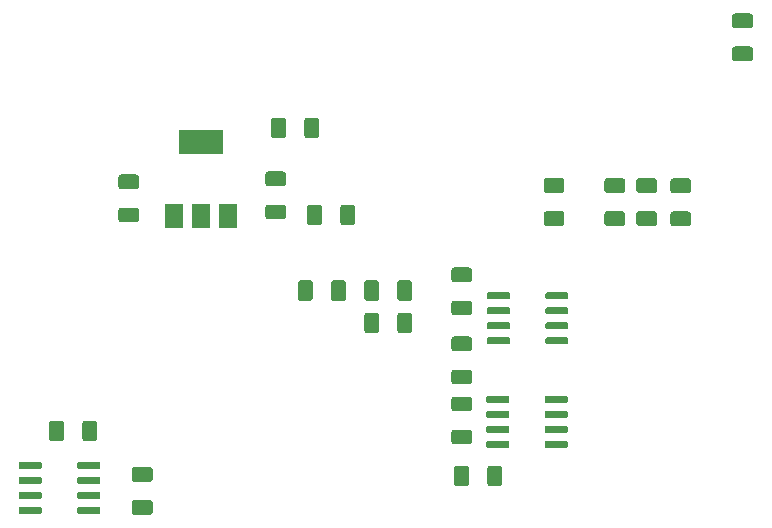
<source format=gbr>
G04 #@! TF.GenerationSoftware,KiCad,Pcbnew,5.1.2-f72e74a~84~ubuntu18.04.1*
G04 #@! TF.CreationDate,2019-09-15T12:20:08+02:00*
G04 #@! TF.ProjectId,PowerElectrobot,506f7765-7245-46c6-9563-74726f626f74,rev?*
G04 #@! TF.SameCoordinates,Original*
G04 #@! TF.FileFunction,Paste,Bot*
G04 #@! TF.FilePolarity,Positive*
%FSLAX46Y46*%
G04 Gerber Fmt 4.6, Leading zero omitted, Abs format (unit mm)*
G04 Created by KiCad (PCBNEW 5.1.2-f72e74a~84~ubuntu18.04.1) date 2019-09-15 12:20:08*
%MOMM*%
%LPD*%
G04 APERTURE LIST*
%ADD10C,0.100000*%
%ADD11C,1.250000*%
%ADD12R,3.800000X2.000000*%
%ADD13R,1.500000X2.000000*%
%ADD14C,0.600000*%
G04 APERTURE END LIST*
D10*
G36*
X119216704Y-82993004D02*
G01*
X119240973Y-82996604D01*
X119264771Y-83002565D01*
X119287871Y-83010830D01*
X119310049Y-83021320D01*
X119331093Y-83033933D01*
X119350798Y-83048547D01*
X119368977Y-83065023D01*
X119385453Y-83083202D01*
X119400067Y-83102907D01*
X119412680Y-83123951D01*
X119423170Y-83146129D01*
X119431435Y-83169229D01*
X119437396Y-83193027D01*
X119440996Y-83217296D01*
X119442200Y-83241800D01*
X119442200Y-83991800D01*
X119440996Y-84016304D01*
X119437396Y-84040573D01*
X119431435Y-84064371D01*
X119423170Y-84087471D01*
X119412680Y-84109649D01*
X119400067Y-84130693D01*
X119385453Y-84150398D01*
X119368977Y-84168577D01*
X119350798Y-84185053D01*
X119331093Y-84199667D01*
X119310049Y-84212280D01*
X119287871Y-84222770D01*
X119264771Y-84231035D01*
X119240973Y-84236996D01*
X119216704Y-84240596D01*
X119192200Y-84241800D01*
X117942200Y-84241800D01*
X117917696Y-84240596D01*
X117893427Y-84236996D01*
X117869629Y-84231035D01*
X117846529Y-84222770D01*
X117824351Y-84212280D01*
X117803307Y-84199667D01*
X117783602Y-84185053D01*
X117765423Y-84168577D01*
X117748947Y-84150398D01*
X117734333Y-84130693D01*
X117721720Y-84109649D01*
X117711230Y-84087471D01*
X117702965Y-84064371D01*
X117697004Y-84040573D01*
X117693404Y-84016304D01*
X117692200Y-83991800D01*
X117692200Y-83241800D01*
X117693404Y-83217296D01*
X117697004Y-83193027D01*
X117702965Y-83169229D01*
X117711230Y-83146129D01*
X117721720Y-83123951D01*
X117734333Y-83102907D01*
X117748947Y-83083202D01*
X117765423Y-83065023D01*
X117783602Y-83048547D01*
X117803307Y-83033933D01*
X117824351Y-83021320D01*
X117846529Y-83010830D01*
X117869629Y-83002565D01*
X117893427Y-82996604D01*
X117917696Y-82993004D01*
X117942200Y-82991800D01*
X119192200Y-82991800D01*
X119216704Y-82993004D01*
X119216704Y-82993004D01*
G37*
D11*
X118567200Y-83616800D03*
D10*
G36*
X119216704Y-85793004D02*
G01*
X119240973Y-85796604D01*
X119264771Y-85802565D01*
X119287871Y-85810830D01*
X119310049Y-85821320D01*
X119331093Y-85833933D01*
X119350798Y-85848547D01*
X119368977Y-85865023D01*
X119385453Y-85883202D01*
X119400067Y-85902907D01*
X119412680Y-85923951D01*
X119423170Y-85946129D01*
X119431435Y-85969229D01*
X119437396Y-85993027D01*
X119440996Y-86017296D01*
X119442200Y-86041800D01*
X119442200Y-86791800D01*
X119440996Y-86816304D01*
X119437396Y-86840573D01*
X119431435Y-86864371D01*
X119423170Y-86887471D01*
X119412680Y-86909649D01*
X119400067Y-86930693D01*
X119385453Y-86950398D01*
X119368977Y-86968577D01*
X119350798Y-86985053D01*
X119331093Y-86999667D01*
X119310049Y-87012280D01*
X119287871Y-87022770D01*
X119264771Y-87031035D01*
X119240973Y-87036996D01*
X119216704Y-87040596D01*
X119192200Y-87041800D01*
X117942200Y-87041800D01*
X117917696Y-87040596D01*
X117893427Y-87036996D01*
X117869629Y-87031035D01*
X117846529Y-87022770D01*
X117824351Y-87012280D01*
X117803307Y-86999667D01*
X117783602Y-86985053D01*
X117765423Y-86968577D01*
X117748947Y-86950398D01*
X117734333Y-86930693D01*
X117721720Y-86909649D01*
X117711230Y-86887471D01*
X117702965Y-86864371D01*
X117697004Y-86840573D01*
X117693404Y-86816304D01*
X117692200Y-86791800D01*
X117692200Y-86041800D01*
X117693404Y-86017296D01*
X117697004Y-85993027D01*
X117702965Y-85969229D01*
X117711230Y-85946129D01*
X117721720Y-85923951D01*
X117734333Y-85902907D01*
X117748947Y-85883202D01*
X117765423Y-85865023D01*
X117783602Y-85848547D01*
X117803307Y-85833933D01*
X117824351Y-85821320D01*
X117846529Y-85810830D01*
X117869629Y-85802565D01*
X117893427Y-85796604D01*
X117917696Y-85793004D01*
X117942200Y-85791800D01*
X119192200Y-85791800D01*
X119216704Y-85793004D01*
X119216704Y-85793004D01*
G37*
D11*
X118567200Y-86416800D03*
D10*
G36*
X106323504Y-94376204D02*
G01*
X106347773Y-94379804D01*
X106371571Y-94385765D01*
X106394671Y-94394030D01*
X106416849Y-94404520D01*
X106437893Y-94417133D01*
X106457598Y-94431747D01*
X106475777Y-94448223D01*
X106492253Y-94466402D01*
X106506867Y-94486107D01*
X106519480Y-94507151D01*
X106529970Y-94529329D01*
X106538235Y-94552429D01*
X106544196Y-94576227D01*
X106547796Y-94600496D01*
X106549000Y-94625000D01*
X106549000Y-95875000D01*
X106547796Y-95899504D01*
X106544196Y-95923773D01*
X106538235Y-95947571D01*
X106529970Y-95970671D01*
X106519480Y-95992849D01*
X106506867Y-96013893D01*
X106492253Y-96033598D01*
X106475777Y-96051777D01*
X106457598Y-96068253D01*
X106437893Y-96082867D01*
X106416849Y-96095480D01*
X106394671Y-96105970D01*
X106371571Y-96114235D01*
X106347773Y-96120196D01*
X106323504Y-96123796D01*
X106299000Y-96125000D01*
X105549000Y-96125000D01*
X105524496Y-96123796D01*
X105500227Y-96120196D01*
X105476429Y-96114235D01*
X105453329Y-96105970D01*
X105431151Y-96095480D01*
X105410107Y-96082867D01*
X105390402Y-96068253D01*
X105372223Y-96051777D01*
X105355747Y-96033598D01*
X105341133Y-96013893D01*
X105328520Y-95992849D01*
X105318030Y-95970671D01*
X105309765Y-95947571D01*
X105303804Y-95923773D01*
X105300204Y-95899504D01*
X105299000Y-95875000D01*
X105299000Y-94625000D01*
X105300204Y-94600496D01*
X105303804Y-94576227D01*
X105309765Y-94552429D01*
X105318030Y-94529329D01*
X105328520Y-94507151D01*
X105341133Y-94486107D01*
X105355747Y-94466402D01*
X105372223Y-94448223D01*
X105390402Y-94431747D01*
X105410107Y-94417133D01*
X105431151Y-94404520D01*
X105453329Y-94394030D01*
X105476429Y-94385765D01*
X105500227Y-94379804D01*
X105524496Y-94376204D01*
X105549000Y-94375000D01*
X106299000Y-94375000D01*
X106323504Y-94376204D01*
X106323504Y-94376204D01*
G37*
D11*
X105924000Y-95250000D03*
D10*
G36*
X103523504Y-94376204D02*
G01*
X103547773Y-94379804D01*
X103571571Y-94385765D01*
X103594671Y-94394030D01*
X103616849Y-94404520D01*
X103637893Y-94417133D01*
X103657598Y-94431747D01*
X103675777Y-94448223D01*
X103692253Y-94466402D01*
X103706867Y-94486107D01*
X103719480Y-94507151D01*
X103729970Y-94529329D01*
X103738235Y-94552429D01*
X103744196Y-94576227D01*
X103747796Y-94600496D01*
X103749000Y-94625000D01*
X103749000Y-95875000D01*
X103747796Y-95899504D01*
X103744196Y-95923773D01*
X103738235Y-95947571D01*
X103729970Y-95970671D01*
X103719480Y-95992849D01*
X103706867Y-96013893D01*
X103692253Y-96033598D01*
X103675777Y-96051777D01*
X103657598Y-96068253D01*
X103637893Y-96082867D01*
X103616849Y-96095480D01*
X103594671Y-96105970D01*
X103571571Y-96114235D01*
X103547773Y-96120196D01*
X103523504Y-96123796D01*
X103499000Y-96125000D01*
X102749000Y-96125000D01*
X102724496Y-96123796D01*
X102700227Y-96120196D01*
X102676429Y-96114235D01*
X102653329Y-96105970D01*
X102631151Y-96095480D01*
X102610107Y-96082867D01*
X102590402Y-96068253D01*
X102572223Y-96051777D01*
X102555747Y-96033598D01*
X102541133Y-96013893D01*
X102528520Y-95992849D01*
X102518030Y-95970671D01*
X102509765Y-95947571D01*
X102503804Y-95923773D01*
X102500204Y-95899504D01*
X102499000Y-95875000D01*
X102499000Y-94625000D01*
X102500204Y-94600496D01*
X102503804Y-94576227D01*
X102509765Y-94552429D01*
X102518030Y-94529329D01*
X102528520Y-94507151D01*
X102541133Y-94486107D01*
X102555747Y-94466402D01*
X102572223Y-94448223D01*
X102590402Y-94431747D01*
X102610107Y-94417133D01*
X102631151Y-94404520D01*
X102653329Y-94394030D01*
X102676429Y-94385765D01*
X102700227Y-94379804D01*
X102724496Y-94376204D01*
X102749000Y-94375000D01*
X103499000Y-94375000D01*
X103523504Y-94376204D01*
X103523504Y-94376204D01*
G37*
D11*
X103124000Y-95250000D03*
D10*
G36*
X129935504Y-85815404D02*
G01*
X129959773Y-85819004D01*
X129983571Y-85824965D01*
X130006671Y-85833230D01*
X130028849Y-85843720D01*
X130049893Y-85856333D01*
X130069598Y-85870947D01*
X130087777Y-85887423D01*
X130104253Y-85905602D01*
X130118867Y-85925307D01*
X130131480Y-85946351D01*
X130141970Y-85968529D01*
X130150235Y-85991629D01*
X130156196Y-86015427D01*
X130159796Y-86039696D01*
X130161000Y-86064200D01*
X130161000Y-86814200D01*
X130159796Y-86838704D01*
X130156196Y-86862973D01*
X130150235Y-86886771D01*
X130141970Y-86909871D01*
X130131480Y-86932049D01*
X130118867Y-86953093D01*
X130104253Y-86972798D01*
X130087777Y-86990977D01*
X130069598Y-87007453D01*
X130049893Y-87022067D01*
X130028849Y-87034680D01*
X130006671Y-87045170D01*
X129983571Y-87053435D01*
X129959773Y-87059396D01*
X129935504Y-87062996D01*
X129911000Y-87064200D01*
X128661000Y-87064200D01*
X128636496Y-87062996D01*
X128612227Y-87059396D01*
X128588429Y-87053435D01*
X128565329Y-87045170D01*
X128543151Y-87034680D01*
X128522107Y-87022067D01*
X128502402Y-87007453D01*
X128484223Y-86990977D01*
X128467747Y-86972798D01*
X128453133Y-86953093D01*
X128440520Y-86932049D01*
X128430030Y-86909871D01*
X128421765Y-86886771D01*
X128415804Y-86862973D01*
X128412204Y-86838704D01*
X128411000Y-86814200D01*
X128411000Y-86064200D01*
X128412204Y-86039696D01*
X128415804Y-86015427D01*
X128421765Y-85991629D01*
X128430030Y-85968529D01*
X128440520Y-85946351D01*
X128453133Y-85925307D01*
X128467747Y-85905602D01*
X128484223Y-85887423D01*
X128502402Y-85870947D01*
X128522107Y-85856333D01*
X128543151Y-85843720D01*
X128565329Y-85833230D01*
X128588429Y-85824965D01*
X128612227Y-85819004D01*
X128636496Y-85815404D01*
X128661000Y-85814200D01*
X129911000Y-85814200D01*
X129935504Y-85815404D01*
X129935504Y-85815404D01*
G37*
D11*
X129286000Y-86439200D03*
D10*
G36*
X129935504Y-83015404D02*
G01*
X129959773Y-83019004D01*
X129983571Y-83024965D01*
X130006671Y-83033230D01*
X130028849Y-83043720D01*
X130049893Y-83056333D01*
X130069598Y-83070947D01*
X130087777Y-83087423D01*
X130104253Y-83105602D01*
X130118867Y-83125307D01*
X130131480Y-83146351D01*
X130141970Y-83168529D01*
X130150235Y-83191629D01*
X130156196Y-83215427D01*
X130159796Y-83239696D01*
X130161000Y-83264200D01*
X130161000Y-84014200D01*
X130159796Y-84038704D01*
X130156196Y-84062973D01*
X130150235Y-84086771D01*
X130141970Y-84109871D01*
X130131480Y-84132049D01*
X130118867Y-84153093D01*
X130104253Y-84172798D01*
X130087777Y-84190977D01*
X130069598Y-84207453D01*
X130049893Y-84222067D01*
X130028849Y-84234680D01*
X130006671Y-84245170D01*
X129983571Y-84253435D01*
X129959773Y-84259396D01*
X129935504Y-84262996D01*
X129911000Y-84264200D01*
X128661000Y-84264200D01*
X128636496Y-84262996D01*
X128612227Y-84259396D01*
X128588429Y-84253435D01*
X128565329Y-84245170D01*
X128543151Y-84234680D01*
X128522107Y-84222067D01*
X128502402Y-84207453D01*
X128484223Y-84190977D01*
X128467747Y-84172798D01*
X128453133Y-84153093D01*
X128440520Y-84132049D01*
X128430030Y-84109871D01*
X128421765Y-84086771D01*
X128415804Y-84062973D01*
X128412204Y-84038704D01*
X128411000Y-84014200D01*
X128411000Y-83264200D01*
X128412204Y-83239696D01*
X128415804Y-83215427D01*
X128421765Y-83191629D01*
X128430030Y-83168529D01*
X128440520Y-83146351D01*
X128453133Y-83125307D01*
X128467747Y-83105602D01*
X128484223Y-83087423D01*
X128502402Y-83070947D01*
X128522107Y-83056333D01*
X128543151Y-83043720D01*
X128565329Y-83033230D01*
X128588429Y-83024965D01*
X128612227Y-83019004D01*
X128636496Y-83015404D01*
X128661000Y-83014200D01*
X129911000Y-83014200D01*
X129935504Y-83015404D01*
X129935504Y-83015404D01*
G37*
D11*
X129286000Y-83639200D03*
D10*
G36*
X98443504Y-77866204D02*
G01*
X98467773Y-77869804D01*
X98491571Y-77875765D01*
X98514671Y-77884030D01*
X98536849Y-77894520D01*
X98557893Y-77907133D01*
X98577598Y-77921747D01*
X98595777Y-77938223D01*
X98612253Y-77956402D01*
X98626867Y-77976107D01*
X98639480Y-77997151D01*
X98649970Y-78019329D01*
X98658235Y-78042429D01*
X98664196Y-78066227D01*
X98667796Y-78090496D01*
X98669000Y-78115000D01*
X98669000Y-79365000D01*
X98667796Y-79389504D01*
X98664196Y-79413773D01*
X98658235Y-79437571D01*
X98649970Y-79460671D01*
X98639480Y-79482849D01*
X98626867Y-79503893D01*
X98612253Y-79523598D01*
X98595777Y-79541777D01*
X98577598Y-79558253D01*
X98557893Y-79572867D01*
X98536849Y-79585480D01*
X98514671Y-79595970D01*
X98491571Y-79604235D01*
X98467773Y-79610196D01*
X98443504Y-79613796D01*
X98419000Y-79615000D01*
X97669000Y-79615000D01*
X97644496Y-79613796D01*
X97620227Y-79610196D01*
X97596429Y-79604235D01*
X97573329Y-79595970D01*
X97551151Y-79585480D01*
X97530107Y-79572867D01*
X97510402Y-79558253D01*
X97492223Y-79541777D01*
X97475747Y-79523598D01*
X97461133Y-79503893D01*
X97448520Y-79482849D01*
X97438030Y-79460671D01*
X97429765Y-79437571D01*
X97423804Y-79413773D01*
X97420204Y-79389504D01*
X97419000Y-79365000D01*
X97419000Y-78115000D01*
X97420204Y-78090496D01*
X97423804Y-78066227D01*
X97429765Y-78042429D01*
X97438030Y-78019329D01*
X97448520Y-77997151D01*
X97461133Y-77976107D01*
X97475747Y-77956402D01*
X97492223Y-77938223D01*
X97510402Y-77921747D01*
X97530107Y-77907133D01*
X97551151Y-77894520D01*
X97573329Y-77884030D01*
X97596429Y-77875765D01*
X97620227Y-77869804D01*
X97644496Y-77866204D01*
X97669000Y-77865000D01*
X98419000Y-77865000D01*
X98443504Y-77866204D01*
X98443504Y-77866204D01*
G37*
D11*
X98044000Y-78740000D03*
D10*
G36*
X95643504Y-77866204D02*
G01*
X95667773Y-77869804D01*
X95691571Y-77875765D01*
X95714671Y-77884030D01*
X95736849Y-77894520D01*
X95757893Y-77907133D01*
X95777598Y-77921747D01*
X95795777Y-77938223D01*
X95812253Y-77956402D01*
X95826867Y-77976107D01*
X95839480Y-77997151D01*
X95849970Y-78019329D01*
X95858235Y-78042429D01*
X95864196Y-78066227D01*
X95867796Y-78090496D01*
X95869000Y-78115000D01*
X95869000Y-79365000D01*
X95867796Y-79389504D01*
X95864196Y-79413773D01*
X95858235Y-79437571D01*
X95849970Y-79460671D01*
X95839480Y-79482849D01*
X95826867Y-79503893D01*
X95812253Y-79523598D01*
X95795777Y-79541777D01*
X95777598Y-79558253D01*
X95757893Y-79572867D01*
X95736849Y-79585480D01*
X95714671Y-79595970D01*
X95691571Y-79604235D01*
X95667773Y-79610196D01*
X95643504Y-79613796D01*
X95619000Y-79615000D01*
X94869000Y-79615000D01*
X94844496Y-79613796D01*
X94820227Y-79610196D01*
X94796429Y-79604235D01*
X94773329Y-79595970D01*
X94751151Y-79585480D01*
X94730107Y-79572867D01*
X94710402Y-79558253D01*
X94692223Y-79541777D01*
X94675747Y-79523598D01*
X94661133Y-79503893D01*
X94648520Y-79482849D01*
X94638030Y-79460671D01*
X94629765Y-79437571D01*
X94623804Y-79413773D01*
X94620204Y-79389504D01*
X94619000Y-79365000D01*
X94619000Y-78115000D01*
X94620204Y-78090496D01*
X94623804Y-78066227D01*
X94629765Y-78042429D01*
X94638030Y-78019329D01*
X94648520Y-77997151D01*
X94661133Y-77976107D01*
X94675747Y-77956402D01*
X94692223Y-77938223D01*
X94710402Y-77921747D01*
X94730107Y-77907133D01*
X94751151Y-77894520D01*
X94773329Y-77884030D01*
X94796429Y-77875765D01*
X94820227Y-77869804D01*
X94844496Y-77866204D01*
X94869000Y-77865000D01*
X95619000Y-77865000D01*
X95643504Y-77866204D01*
X95643504Y-77866204D01*
G37*
D11*
X95244000Y-78740000D03*
D10*
G36*
X83199504Y-85482204D02*
G01*
X83223773Y-85485804D01*
X83247571Y-85491765D01*
X83270671Y-85500030D01*
X83292849Y-85510520D01*
X83313893Y-85523133D01*
X83333598Y-85537747D01*
X83351777Y-85554223D01*
X83368253Y-85572402D01*
X83382867Y-85592107D01*
X83395480Y-85613151D01*
X83405970Y-85635329D01*
X83414235Y-85658429D01*
X83420196Y-85682227D01*
X83423796Y-85706496D01*
X83425000Y-85731000D01*
X83425000Y-86481000D01*
X83423796Y-86505504D01*
X83420196Y-86529773D01*
X83414235Y-86553571D01*
X83405970Y-86576671D01*
X83395480Y-86598849D01*
X83382867Y-86619893D01*
X83368253Y-86639598D01*
X83351777Y-86657777D01*
X83333598Y-86674253D01*
X83313893Y-86688867D01*
X83292849Y-86701480D01*
X83270671Y-86711970D01*
X83247571Y-86720235D01*
X83223773Y-86726196D01*
X83199504Y-86729796D01*
X83175000Y-86731000D01*
X81925000Y-86731000D01*
X81900496Y-86729796D01*
X81876227Y-86726196D01*
X81852429Y-86720235D01*
X81829329Y-86711970D01*
X81807151Y-86701480D01*
X81786107Y-86688867D01*
X81766402Y-86674253D01*
X81748223Y-86657777D01*
X81731747Y-86639598D01*
X81717133Y-86619893D01*
X81704520Y-86598849D01*
X81694030Y-86576671D01*
X81685765Y-86553571D01*
X81679804Y-86529773D01*
X81676204Y-86505504D01*
X81675000Y-86481000D01*
X81675000Y-85731000D01*
X81676204Y-85706496D01*
X81679804Y-85682227D01*
X81685765Y-85658429D01*
X81694030Y-85635329D01*
X81704520Y-85613151D01*
X81717133Y-85592107D01*
X81731747Y-85572402D01*
X81748223Y-85554223D01*
X81766402Y-85537747D01*
X81786107Y-85523133D01*
X81807151Y-85510520D01*
X81829329Y-85500030D01*
X81852429Y-85491765D01*
X81876227Y-85485804D01*
X81900496Y-85482204D01*
X81925000Y-85481000D01*
X83175000Y-85481000D01*
X83199504Y-85482204D01*
X83199504Y-85482204D01*
G37*
D11*
X82550000Y-86106000D03*
D10*
G36*
X83199504Y-82682204D02*
G01*
X83223773Y-82685804D01*
X83247571Y-82691765D01*
X83270671Y-82700030D01*
X83292849Y-82710520D01*
X83313893Y-82723133D01*
X83333598Y-82737747D01*
X83351777Y-82754223D01*
X83368253Y-82772402D01*
X83382867Y-82792107D01*
X83395480Y-82813151D01*
X83405970Y-82835329D01*
X83414235Y-82858429D01*
X83420196Y-82882227D01*
X83423796Y-82906496D01*
X83425000Y-82931000D01*
X83425000Y-83681000D01*
X83423796Y-83705504D01*
X83420196Y-83729773D01*
X83414235Y-83753571D01*
X83405970Y-83776671D01*
X83395480Y-83798849D01*
X83382867Y-83819893D01*
X83368253Y-83839598D01*
X83351777Y-83857777D01*
X83333598Y-83874253D01*
X83313893Y-83888867D01*
X83292849Y-83901480D01*
X83270671Y-83911970D01*
X83247571Y-83920235D01*
X83223773Y-83926196D01*
X83199504Y-83929796D01*
X83175000Y-83931000D01*
X81925000Y-83931000D01*
X81900496Y-83929796D01*
X81876227Y-83926196D01*
X81852429Y-83920235D01*
X81829329Y-83911970D01*
X81807151Y-83901480D01*
X81786107Y-83888867D01*
X81766402Y-83874253D01*
X81748223Y-83857777D01*
X81731747Y-83839598D01*
X81717133Y-83819893D01*
X81704520Y-83798849D01*
X81694030Y-83776671D01*
X81685765Y-83753571D01*
X81679804Y-83729773D01*
X81676204Y-83705504D01*
X81675000Y-83681000D01*
X81675000Y-82931000D01*
X81676204Y-82906496D01*
X81679804Y-82882227D01*
X81685765Y-82858429D01*
X81694030Y-82835329D01*
X81704520Y-82813151D01*
X81717133Y-82792107D01*
X81731747Y-82772402D01*
X81748223Y-82754223D01*
X81766402Y-82737747D01*
X81786107Y-82723133D01*
X81807151Y-82710520D01*
X81829329Y-82700030D01*
X81852429Y-82691765D01*
X81876227Y-82685804D01*
X81900496Y-82682204D01*
X81925000Y-82681000D01*
X83175000Y-82681000D01*
X83199504Y-82682204D01*
X83199504Y-82682204D01*
G37*
D11*
X82550000Y-83306000D03*
D10*
G36*
X95645504Y-82428204D02*
G01*
X95669773Y-82431804D01*
X95693571Y-82437765D01*
X95716671Y-82446030D01*
X95738849Y-82456520D01*
X95759893Y-82469133D01*
X95779598Y-82483747D01*
X95797777Y-82500223D01*
X95814253Y-82518402D01*
X95828867Y-82538107D01*
X95841480Y-82559151D01*
X95851970Y-82581329D01*
X95860235Y-82604429D01*
X95866196Y-82628227D01*
X95869796Y-82652496D01*
X95871000Y-82677000D01*
X95871000Y-83427000D01*
X95869796Y-83451504D01*
X95866196Y-83475773D01*
X95860235Y-83499571D01*
X95851970Y-83522671D01*
X95841480Y-83544849D01*
X95828867Y-83565893D01*
X95814253Y-83585598D01*
X95797777Y-83603777D01*
X95779598Y-83620253D01*
X95759893Y-83634867D01*
X95738849Y-83647480D01*
X95716671Y-83657970D01*
X95693571Y-83666235D01*
X95669773Y-83672196D01*
X95645504Y-83675796D01*
X95621000Y-83677000D01*
X94371000Y-83677000D01*
X94346496Y-83675796D01*
X94322227Y-83672196D01*
X94298429Y-83666235D01*
X94275329Y-83657970D01*
X94253151Y-83647480D01*
X94232107Y-83634867D01*
X94212402Y-83620253D01*
X94194223Y-83603777D01*
X94177747Y-83585598D01*
X94163133Y-83565893D01*
X94150520Y-83544849D01*
X94140030Y-83522671D01*
X94131765Y-83499571D01*
X94125804Y-83475773D01*
X94122204Y-83451504D01*
X94121000Y-83427000D01*
X94121000Y-82677000D01*
X94122204Y-82652496D01*
X94125804Y-82628227D01*
X94131765Y-82604429D01*
X94140030Y-82581329D01*
X94150520Y-82559151D01*
X94163133Y-82538107D01*
X94177747Y-82518402D01*
X94194223Y-82500223D01*
X94212402Y-82483747D01*
X94232107Y-82469133D01*
X94253151Y-82456520D01*
X94275329Y-82446030D01*
X94298429Y-82437765D01*
X94322227Y-82431804D01*
X94346496Y-82428204D01*
X94371000Y-82427000D01*
X95621000Y-82427000D01*
X95645504Y-82428204D01*
X95645504Y-82428204D01*
G37*
D11*
X94996000Y-83052000D03*
D10*
G36*
X95645504Y-85228204D02*
G01*
X95669773Y-85231804D01*
X95693571Y-85237765D01*
X95716671Y-85246030D01*
X95738849Y-85256520D01*
X95759893Y-85269133D01*
X95779598Y-85283747D01*
X95797777Y-85300223D01*
X95814253Y-85318402D01*
X95828867Y-85338107D01*
X95841480Y-85359151D01*
X95851970Y-85381329D01*
X95860235Y-85404429D01*
X95866196Y-85428227D01*
X95869796Y-85452496D01*
X95871000Y-85477000D01*
X95871000Y-86227000D01*
X95869796Y-86251504D01*
X95866196Y-86275773D01*
X95860235Y-86299571D01*
X95851970Y-86322671D01*
X95841480Y-86344849D01*
X95828867Y-86365893D01*
X95814253Y-86385598D01*
X95797777Y-86403777D01*
X95779598Y-86420253D01*
X95759893Y-86434867D01*
X95738849Y-86447480D01*
X95716671Y-86457970D01*
X95693571Y-86466235D01*
X95669773Y-86472196D01*
X95645504Y-86475796D01*
X95621000Y-86477000D01*
X94371000Y-86477000D01*
X94346496Y-86475796D01*
X94322227Y-86472196D01*
X94298429Y-86466235D01*
X94275329Y-86457970D01*
X94253151Y-86447480D01*
X94232107Y-86434867D01*
X94212402Y-86420253D01*
X94194223Y-86403777D01*
X94177747Y-86385598D01*
X94163133Y-86365893D01*
X94150520Y-86344849D01*
X94140030Y-86322671D01*
X94131765Y-86299571D01*
X94125804Y-86275773D01*
X94122204Y-86251504D01*
X94121000Y-86227000D01*
X94121000Y-85477000D01*
X94122204Y-85452496D01*
X94125804Y-85428227D01*
X94131765Y-85404429D01*
X94140030Y-85381329D01*
X94150520Y-85359151D01*
X94163133Y-85338107D01*
X94177747Y-85318402D01*
X94194223Y-85300223D01*
X94212402Y-85283747D01*
X94232107Y-85269133D01*
X94253151Y-85256520D01*
X94275329Y-85246030D01*
X94298429Y-85237765D01*
X94322227Y-85231804D01*
X94346496Y-85228204D01*
X94371000Y-85227000D01*
X95621000Y-85227000D01*
X95645504Y-85228204D01*
X95645504Y-85228204D01*
G37*
D11*
X94996000Y-85852000D03*
D10*
G36*
X111393504Y-93356204D02*
G01*
X111417773Y-93359804D01*
X111441571Y-93365765D01*
X111464671Y-93374030D01*
X111486849Y-93384520D01*
X111507893Y-93397133D01*
X111527598Y-93411747D01*
X111545777Y-93428223D01*
X111562253Y-93446402D01*
X111576867Y-93466107D01*
X111589480Y-93487151D01*
X111599970Y-93509329D01*
X111608235Y-93532429D01*
X111614196Y-93556227D01*
X111617796Y-93580496D01*
X111619000Y-93605000D01*
X111619000Y-94355000D01*
X111617796Y-94379504D01*
X111614196Y-94403773D01*
X111608235Y-94427571D01*
X111599970Y-94450671D01*
X111589480Y-94472849D01*
X111576867Y-94493893D01*
X111562253Y-94513598D01*
X111545777Y-94531777D01*
X111527598Y-94548253D01*
X111507893Y-94562867D01*
X111486849Y-94575480D01*
X111464671Y-94585970D01*
X111441571Y-94594235D01*
X111417773Y-94600196D01*
X111393504Y-94603796D01*
X111369000Y-94605000D01*
X110119000Y-94605000D01*
X110094496Y-94603796D01*
X110070227Y-94600196D01*
X110046429Y-94594235D01*
X110023329Y-94585970D01*
X110001151Y-94575480D01*
X109980107Y-94562867D01*
X109960402Y-94548253D01*
X109942223Y-94531777D01*
X109925747Y-94513598D01*
X109911133Y-94493893D01*
X109898520Y-94472849D01*
X109888030Y-94450671D01*
X109879765Y-94427571D01*
X109873804Y-94403773D01*
X109870204Y-94379504D01*
X109869000Y-94355000D01*
X109869000Y-93605000D01*
X109870204Y-93580496D01*
X109873804Y-93556227D01*
X109879765Y-93532429D01*
X109888030Y-93509329D01*
X109898520Y-93487151D01*
X109911133Y-93466107D01*
X109925747Y-93446402D01*
X109942223Y-93428223D01*
X109960402Y-93411747D01*
X109980107Y-93397133D01*
X110001151Y-93384520D01*
X110023329Y-93374030D01*
X110046429Y-93365765D01*
X110070227Y-93359804D01*
X110094496Y-93356204D01*
X110119000Y-93355000D01*
X111369000Y-93355000D01*
X111393504Y-93356204D01*
X111393504Y-93356204D01*
G37*
D11*
X110744000Y-93980000D03*
D10*
G36*
X111393504Y-90556204D02*
G01*
X111417773Y-90559804D01*
X111441571Y-90565765D01*
X111464671Y-90574030D01*
X111486849Y-90584520D01*
X111507893Y-90597133D01*
X111527598Y-90611747D01*
X111545777Y-90628223D01*
X111562253Y-90646402D01*
X111576867Y-90666107D01*
X111589480Y-90687151D01*
X111599970Y-90709329D01*
X111608235Y-90732429D01*
X111614196Y-90756227D01*
X111617796Y-90780496D01*
X111619000Y-90805000D01*
X111619000Y-91555000D01*
X111617796Y-91579504D01*
X111614196Y-91603773D01*
X111608235Y-91627571D01*
X111599970Y-91650671D01*
X111589480Y-91672849D01*
X111576867Y-91693893D01*
X111562253Y-91713598D01*
X111545777Y-91731777D01*
X111527598Y-91748253D01*
X111507893Y-91762867D01*
X111486849Y-91775480D01*
X111464671Y-91785970D01*
X111441571Y-91794235D01*
X111417773Y-91800196D01*
X111393504Y-91803796D01*
X111369000Y-91805000D01*
X110119000Y-91805000D01*
X110094496Y-91803796D01*
X110070227Y-91800196D01*
X110046429Y-91794235D01*
X110023329Y-91785970D01*
X110001151Y-91775480D01*
X109980107Y-91762867D01*
X109960402Y-91748253D01*
X109942223Y-91731777D01*
X109925747Y-91713598D01*
X109911133Y-91693893D01*
X109898520Y-91672849D01*
X109888030Y-91650671D01*
X109879765Y-91627571D01*
X109873804Y-91603773D01*
X109870204Y-91579504D01*
X109869000Y-91555000D01*
X109869000Y-90805000D01*
X109870204Y-90780496D01*
X109873804Y-90756227D01*
X109879765Y-90732429D01*
X109888030Y-90709329D01*
X109898520Y-90687151D01*
X109911133Y-90666107D01*
X109925747Y-90646402D01*
X109942223Y-90628223D01*
X109960402Y-90611747D01*
X109980107Y-90597133D01*
X110001151Y-90584520D01*
X110023329Y-90574030D01*
X110046429Y-90565765D01*
X110070227Y-90559804D01*
X110094496Y-90556204D01*
X110119000Y-90555000D01*
X111369000Y-90555000D01*
X111393504Y-90556204D01*
X111393504Y-90556204D01*
G37*
D11*
X110744000Y-91180000D03*
D10*
G36*
X111393504Y-99198204D02*
G01*
X111417773Y-99201804D01*
X111441571Y-99207765D01*
X111464671Y-99216030D01*
X111486849Y-99226520D01*
X111507893Y-99239133D01*
X111527598Y-99253747D01*
X111545777Y-99270223D01*
X111562253Y-99288402D01*
X111576867Y-99308107D01*
X111589480Y-99329151D01*
X111599970Y-99351329D01*
X111608235Y-99374429D01*
X111614196Y-99398227D01*
X111617796Y-99422496D01*
X111619000Y-99447000D01*
X111619000Y-100197000D01*
X111617796Y-100221504D01*
X111614196Y-100245773D01*
X111608235Y-100269571D01*
X111599970Y-100292671D01*
X111589480Y-100314849D01*
X111576867Y-100335893D01*
X111562253Y-100355598D01*
X111545777Y-100373777D01*
X111527598Y-100390253D01*
X111507893Y-100404867D01*
X111486849Y-100417480D01*
X111464671Y-100427970D01*
X111441571Y-100436235D01*
X111417773Y-100442196D01*
X111393504Y-100445796D01*
X111369000Y-100447000D01*
X110119000Y-100447000D01*
X110094496Y-100445796D01*
X110070227Y-100442196D01*
X110046429Y-100436235D01*
X110023329Y-100427970D01*
X110001151Y-100417480D01*
X109980107Y-100404867D01*
X109960402Y-100390253D01*
X109942223Y-100373777D01*
X109925747Y-100355598D01*
X109911133Y-100335893D01*
X109898520Y-100314849D01*
X109888030Y-100292671D01*
X109879765Y-100269571D01*
X109873804Y-100245773D01*
X109870204Y-100221504D01*
X109869000Y-100197000D01*
X109869000Y-99447000D01*
X109870204Y-99422496D01*
X109873804Y-99398227D01*
X109879765Y-99374429D01*
X109888030Y-99351329D01*
X109898520Y-99329151D01*
X109911133Y-99308107D01*
X109925747Y-99288402D01*
X109942223Y-99270223D01*
X109960402Y-99253747D01*
X109980107Y-99239133D01*
X110001151Y-99226520D01*
X110023329Y-99216030D01*
X110046429Y-99207765D01*
X110070227Y-99201804D01*
X110094496Y-99198204D01*
X110119000Y-99197000D01*
X111369000Y-99197000D01*
X111393504Y-99198204D01*
X111393504Y-99198204D01*
G37*
D11*
X110744000Y-99822000D03*
D10*
G36*
X111393504Y-96398204D02*
G01*
X111417773Y-96401804D01*
X111441571Y-96407765D01*
X111464671Y-96416030D01*
X111486849Y-96426520D01*
X111507893Y-96439133D01*
X111527598Y-96453747D01*
X111545777Y-96470223D01*
X111562253Y-96488402D01*
X111576867Y-96508107D01*
X111589480Y-96529151D01*
X111599970Y-96551329D01*
X111608235Y-96574429D01*
X111614196Y-96598227D01*
X111617796Y-96622496D01*
X111619000Y-96647000D01*
X111619000Y-97397000D01*
X111617796Y-97421504D01*
X111614196Y-97445773D01*
X111608235Y-97469571D01*
X111599970Y-97492671D01*
X111589480Y-97514849D01*
X111576867Y-97535893D01*
X111562253Y-97555598D01*
X111545777Y-97573777D01*
X111527598Y-97590253D01*
X111507893Y-97604867D01*
X111486849Y-97617480D01*
X111464671Y-97627970D01*
X111441571Y-97636235D01*
X111417773Y-97642196D01*
X111393504Y-97645796D01*
X111369000Y-97647000D01*
X110119000Y-97647000D01*
X110094496Y-97645796D01*
X110070227Y-97642196D01*
X110046429Y-97636235D01*
X110023329Y-97627970D01*
X110001151Y-97617480D01*
X109980107Y-97604867D01*
X109960402Y-97590253D01*
X109942223Y-97573777D01*
X109925747Y-97555598D01*
X109911133Y-97535893D01*
X109898520Y-97514849D01*
X109888030Y-97492671D01*
X109879765Y-97469571D01*
X109873804Y-97445773D01*
X109870204Y-97421504D01*
X109869000Y-97397000D01*
X109869000Y-96647000D01*
X109870204Y-96622496D01*
X109873804Y-96598227D01*
X109879765Y-96574429D01*
X109888030Y-96551329D01*
X109898520Y-96529151D01*
X109911133Y-96508107D01*
X109925747Y-96488402D01*
X109942223Y-96470223D01*
X109960402Y-96453747D01*
X109980107Y-96439133D01*
X110001151Y-96426520D01*
X110023329Y-96416030D01*
X110046429Y-96407765D01*
X110070227Y-96401804D01*
X110094496Y-96398204D01*
X110119000Y-96397000D01*
X111369000Y-96397000D01*
X111393504Y-96398204D01*
X111393504Y-96398204D01*
G37*
D11*
X110744000Y-97022000D03*
D10*
G36*
X111393504Y-104284204D02*
G01*
X111417773Y-104287804D01*
X111441571Y-104293765D01*
X111464671Y-104302030D01*
X111486849Y-104312520D01*
X111507893Y-104325133D01*
X111527598Y-104339747D01*
X111545777Y-104356223D01*
X111562253Y-104374402D01*
X111576867Y-104394107D01*
X111589480Y-104415151D01*
X111599970Y-104437329D01*
X111608235Y-104460429D01*
X111614196Y-104484227D01*
X111617796Y-104508496D01*
X111619000Y-104533000D01*
X111619000Y-105283000D01*
X111617796Y-105307504D01*
X111614196Y-105331773D01*
X111608235Y-105355571D01*
X111599970Y-105378671D01*
X111589480Y-105400849D01*
X111576867Y-105421893D01*
X111562253Y-105441598D01*
X111545777Y-105459777D01*
X111527598Y-105476253D01*
X111507893Y-105490867D01*
X111486849Y-105503480D01*
X111464671Y-105513970D01*
X111441571Y-105522235D01*
X111417773Y-105528196D01*
X111393504Y-105531796D01*
X111369000Y-105533000D01*
X110119000Y-105533000D01*
X110094496Y-105531796D01*
X110070227Y-105528196D01*
X110046429Y-105522235D01*
X110023329Y-105513970D01*
X110001151Y-105503480D01*
X109980107Y-105490867D01*
X109960402Y-105476253D01*
X109942223Y-105459777D01*
X109925747Y-105441598D01*
X109911133Y-105421893D01*
X109898520Y-105400849D01*
X109888030Y-105378671D01*
X109879765Y-105355571D01*
X109873804Y-105331773D01*
X109870204Y-105307504D01*
X109869000Y-105283000D01*
X109869000Y-104533000D01*
X109870204Y-104508496D01*
X109873804Y-104484227D01*
X109879765Y-104460429D01*
X109888030Y-104437329D01*
X109898520Y-104415151D01*
X109911133Y-104394107D01*
X109925747Y-104374402D01*
X109942223Y-104356223D01*
X109960402Y-104339747D01*
X109980107Y-104325133D01*
X110001151Y-104312520D01*
X110023329Y-104302030D01*
X110046429Y-104293765D01*
X110070227Y-104287804D01*
X110094496Y-104284204D01*
X110119000Y-104283000D01*
X111369000Y-104283000D01*
X111393504Y-104284204D01*
X111393504Y-104284204D01*
G37*
D11*
X110744000Y-104908000D03*
D10*
G36*
X111393504Y-101484204D02*
G01*
X111417773Y-101487804D01*
X111441571Y-101493765D01*
X111464671Y-101502030D01*
X111486849Y-101512520D01*
X111507893Y-101525133D01*
X111527598Y-101539747D01*
X111545777Y-101556223D01*
X111562253Y-101574402D01*
X111576867Y-101594107D01*
X111589480Y-101615151D01*
X111599970Y-101637329D01*
X111608235Y-101660429D01*
X111614196Y-101684227D01*
X111617796Y-101708496D01*
X111619000Y-101733000D01*
X111619000Y-102483000D01*
X111617796Y-102507504D01*
X111614196Y-102531773D01*
X111608235Y-102555571D01*
X111599970Y-102578671D01*
X111589480Y-102600849D01*
X111576867Y-102621893D01*
X111562253Y-102641598D01*
X111545777Y-102659777D01*
X111527598Y-102676253D01*
X111507893Y-102690867D01*
X111486849Y-102703480D01*
X111464671Y-102713970D01*
X111441571Y-102722235D01*
X111417773Y-102728196D01*
X111393504Y-102731796D01*
X111369000Y-102733000D01*
X110119000Y-102733000D01*
X110094496Y-102731796D01*
X110070227Y-102728196D01*
X110046429Y-102722235D01*
X110023329Y-102713970D01*
X110001151Y-102703480D01*
X109980107Y-102690867D01*
X109960402Y-102676253D01*
X109942223Y-102659777D01*
X109925747Y-102641598D01*
X109911133Y-102621893D01*
X109898520Y-102600849D01*
X109888030Y-102578671D01*
X109879765Y-102555571D01*
X109873804Y-102531773D01*
X109870204Y-102507504D01*
X109869000Y-102483000D01*
X109869000Y-101733000D01*
X109870204Y-101708496D01*
X109873804Y-101684227D01*
X109879765Y-101660429D01*
X109888030Y-101637329D01*
X109898520Y-101615151D01*
X109911133Y-101594107D01*
X109925747Y-101574402D01*
X109942223Y-101556223D01*
X109960402Y-101539747D01*
X109980107Y-101525133D01*
X110001151Y-101512520D01*
X110023329Y-101502030D01*
X110046429Y-101493765D01*
X110070227Y-101487804D01*
X110094496Y-101484204D01*
X110119000Y-101483000D01*
X111369000Y-101483000D01*
X111393504Y-101484204D01*
X111393504Y-101484204D01*
G37*
D11*
X110744000Y-102108000D03*
D10*
G36*
X111137504Y-107330204D02*
G01*
X111161773Y-107333804D01*
X111185571Y-107339765D01*
X111208671Y-107348030D01*
X111230849Y-107358520D01*
X111251893Y-107371133D01*
X111271598Y-107385747D01*
X111289777Y-107402223D01*
X111306253Y-107420402D01*
X111320867Y-107440107D01*
X111333480Y-107461151D01*
X111343970Y-107483329D01*
X111352235Y-107506429D01*
X111358196Y-107530227D01*
X111361796Y-107554496D01*
X111363000Y-107579000D01*
X111363000Y-108829000D01*
X111361796Y-108853504D01*
X111358196Y-108877773D01*
X111352235Y-108901571D01*
X111343970Y-108924671D01*
X111333480Y-108946849D01*
X111320867Y-108967893D01*
X111306253Y-108987598D01*
X111289777Y-109005777D01*
X111271598Y-109022253D01*
X111251893Y-109036867D01*
X111230849Y-109049480D01*
X111208671Y-109059970D01*
X111185571Y-109068235D01*
X111161773Y-109074196D01*
X111137504Y-109077796D01*
X111113000Y-109079000D01*
X110363000Y-109079000D01*
X110338496Y-109077796D01*
X110314227Y-109074196D01*
X110290429Y-109068235D01*
X110267329Y-109059970D01*
X110245151Y-109049480D01*
X110224107Y-109036867D01*
X110204402Y-109022253D01*
X110186223Y-109005777D01*
X110169747Y-108987598D01*
X110155133Y-108967893D01*
X110142520Y-108946849D01*
X110132030Y-108924671D01*
X110123765Y-108901571D01*
X110117804Y-108877773D01*
X110114204Y-108853504D01*
X110113000Y-108829000D01*
X110113000Y-107579000D01*
X110114204Y-107554496D01*
X110117804Y-107530227D01*
X110123765Y-107506429D01*
X110132030Y-107483329D01*
X110142520Y-107461151D01*
X110155133Y-107440107D01*
X110169747Y-107420402D01*
X110186223Y-107402223D01*
X110204402Y-107385747D01*
X110224107Y-107371133D01*
X110245151Y-107358520D01*
X110267329Y-107348030D01*
X110290429Y-107339765D01*
X110314227Y-107333804D01*
X110338496Y-107330204D01*
X110363000Y-107329000D01*
X111113000Y-107329000D01*
X111137504Y-107330204D01*
X111137504Y-107330204D01*
G37*
D11*
X110738000Y-108204000D03*
D10*
G36*
X113937504Y-107330204D02*
G01*
X113961773Y-107333804D01*
X113985571Y-107339765D01*
X114008671Y-107348030D01*
X114030849Y-107358520D01*
X114051893Y-107371133D01*
X114071598Y-107385747D01*
X114089777Y-107402223D01*
X114106253Y-107420402D01*
X114120867Y-107440107D01*
X114133480Y-107461151D01*
X114143970Y-107483329D01*
X114152235Y-107506429D01*
X114158196Y-107530227D01*
X114161796Y-107554496D01*
X114163000Y-107579000D01*
X114163000Y-108829000D01*
X114161796Y-108853504D01*
X114158196Y-108877773D01*
X114152235Y-108901571D01*
X114143970Y-108924671D01*
X114133480Y-108946849D01*
X114120867Y-108967893D01*
X114106253Y-108987598D01*
X114089777Y-109005777D01*
X114071598Y-109022253D01*
X114051893Y-109036867D01*
X114030849Y-109049480D01*
X114008671Y-109059970D01*
X113985571Y-109068235D01*
X113961773Y-109074196D01*
X113937504Y-109077796D01*
X113913000Y-109079000D01*
X113163000Y-109079000D01*
X113138496Y-109077796D01*
X113114227Y-109074196D01*
X113090429Y-109068235D01*
X113067329Y-109059970D01*
X113045151Y-109049480D01*
X113024107Y-109036867D01*
X113004402Y-109022253D01*
X112986223Y-109005777D01*
X112969747Y-108987598D01*
X112955133Y-108967893D01*
X112942520Y-108946849D01*
X112932030Y-108924671D01*
X112923765Y-108901571D01*
X112917804Y-108877773D01*
X112914204Y-108853504D01*
X112913000Y-108829000D01*
X112913000Y-107579000D01*
X112914204Y-107554496D01*
X112917804Y-107530227D01*
X112923765Y-107506429D01*
X112932030Y-107483329D01*
X112942520Y-107461151D01*
X112955133Y-107440107D01*
X112969747Y-107420402D01*
X112986223Y-107402223D01*
X113004402Y-107385747D01*
X113024107Y-107371133D01*
X113045151Y-107358520D01*
X113067329Y-107348030D01*
X113090429Y-107339765D01*
X113114227Y-107333804D01*
X113138496Y-107330204D01*
X113163000Y-107329000D01*
X113913000Y-107329000D01*
X113937504Y-107330204D01*
X113937504Y-107330204D01*
G37*
D11*
X113538000Y-108204000D03*
D10*
G36*
X84342504Y-107450204D02*
G01*
X84366773Y-107453804D01*
X84390571Y-107459765D01*
X84413671Y-107468030D01*
X84435849Y-107478520D01*
X84456893Y-107491133D01*
X84476598Y-107505747D01*
X84494777Y-107522223D01*
X84511253Y-107540402D01*
X84525867Y-107560107D01*
X84538480Y-107581151D01*
X84548970Y-107603329D01*
X84557235Y-107626429D01*
X84563196Y-107650227D01*
X84566796Y-107674496D01*
X84568000Y-107699000D01*
X84568000Y-108449000D01*
X84566796Y-108473504D01*
X84563196Y-108497773D01*
X84557235Y-108521571D01*
X84548970Y-108544671D01*
X84538480Y-108566849D01*
X84525867Y-108587893D01*
X84511253Y-108607598D01*
X84494777Y-108625777D01*
X84476598Y-108642253D01*
X84456893Y-108656867D01*
X84435849Y-108669480D01*
X84413671Y-108679970D01*
X84390571Y-108688235D01*
X84366773Y-108694196D01*
X84342504Y-108697796D01*
X84318000Y-108699000D01*
X83068000Y-108699000D01*
X83043496Y-108697796D01*
X83019227Y-108694196D01*
X82995429Y-108688235D01*
X82972329Y-108679970D01*
X82950151Y-108669480D01*
X82929107Y-108656867D01*
X82909402Y-108642253D01*
X82891223Y-108625777D01*
X82874747Y-108607598D01*
X82860133Y-108587893D01*
X82847520Y-108566849D01*
X82837030Y-108544671D01*
X82828765Y-108521571D01*
X82822804Y-108497773D01*
X82819204Y-108473504D01*
X82818000Y-108449000D01*
X82818000Y-107699000D01*
X82819204Y-107674496D01*
X82822804Y-107650227D01*
X82828765Y-107626429D01*
X82837030Y-107603329D01*
X82847520Y-107581151D01*
X82860133Y-107560107D01*
X82874747Y-107540402D01*
X82891223Y-107522223D01*
X82909402Y-107505747D01*
X82929107Y-107491133D01*
X82950151Y-107478520D01*
X82972329Y-107468030D01*
X82995429Y-107459765D01*
X83019227Y-107453804D01*
X83043496Y-107450204D01*
X83068000Y-107449000D01*
X84318000Y-107449000D01*
X84342504Y-107450204D01*
X84342504Y-107450204D01*
G37*
D11*
X83693000Y-108074000D03*
D10*
G36*
X84342504Y-110250204D02*
G01*
X84366773Y-110253804D01*
X84390571Y-110259765D01*
X84413671Y-110268030D01*
X84435849Y-110278520D01*
X84456893Y-110291133D01*
X84476598Y-110305747D01*
X84494777Y-110322223D01*
X84511253Y-110340402D01*
X84525867Y-110360107D01*
X84538480Y-110381151D01*
X84548970Y-110403329D01*
X84557235Y-110426429D01*
X84563196Y-110450227D01*
X84566796Y-110474496D01*
X84568000Y-110499000D01*
X84568000Y-111249000D01*
X84566796Y-111273504D01*
X84563196Y-111297773D01*
X84557235Y-111321571D01*
X84548970Y-111344671D01*
X84538480Y-111366849D01*
X84525867Y-111387893D01*
X84511253Y-111407598D01*
X84494777Y-111425777D01*
X84476598Y-111442253D01*
X84456893Y-111456867D01*
X84435849Y-111469480D01*
X84413671Y-111479970D01*
X84390571Y-111488235D01*
X84366773Y-111494196D01*
X84342504Y-111497796D01*
X84318000Y-111499000D01*
X83068000Y-111499000D01*
X83043496Y-111497796D01*
X83019227Y-111494196D01*
X82995429Y-111488235D01*
X82972329Y-111479970D01*
X82950151Y-111469480D01*
X82929107Y-111456867D01*
X82909402Y-111442253D01*
X82891223Y-111425777D01*
X82874747Y-111407598D01*
X82860133Y-111387893D01*
X82847520Y-111366849D01*
X82837030Y-111344671D01*
X82828765Y-111321571D01*
X82822804Y-111297773D01*
X82819204Y-111273504D01*
X82818000Y-111249000D01*
X82818000Y-110499000D01*
X82819204Y-110474496D01*
X82822804Y-110450227D01*
X82828765Y-110426429D01*
X82837030Y-110403329D01*
X82847520Y-110381151D01*
X82860133Y-110360107D01*
X82874747Y-110340402D01*
X82891223Y-110322223D01*
X82909402Y-110305747D01*
X82929107Y-110291133D01*
X82950151Y-110278520D01*
X82972329Y-110268030D01*
X82995429Y-110259765D01*
X83019227Y-110253804D01*
X83043496Y-110250204D01*
X83068000Y-110249000D01*
X84318000Y-110249000D01*
X84342504Y-110250204D01*
X84342504Y-110250204D01*
G37*
D11*
X83693000Y-110874000D03*
D10*
G36*
X79647504Y-103520204D02*
G01*
X79671773Y-103523804D01*
X79695571Y-103529765D01*
X79718671Y-103538030D01*
X79740849Y-103548520D01*
X79761893Y-103561133D01*
X79781598Y-103575747D01*
X79799777Y-103592223D01*
X79816253Y-103610402D01*
X79830867Y-103630107D01*
X79843480Y-103651151D01*
X79853970Y-103673329D01*
X79862235Y-103696429D01*
X79868196Y-103720227D01*
X79871796Y-103744496D01*
X79873000Y-103769000D01*
X79873000Y-105019000D01*
X79871796Y-105043504D01*
X79868196Y-105067773D01*
X79862235Y-105091571D01*
X79853970Y-105114671D01*
X79843480Y-105136849D01*
X79830867Y-105157893D01*
X79816253Y-105177598D01*
X79799777Y-105195777D01*
X79781598Y-105212253D01*
X79761893Y-105226867D01*
X79740849Y-105239480D01*
X79718671Y-105249970D01*
X79695571Y-105258235D01*
X79671773Y-105264196D01*
X79647504Y-105267796D01*
X79623000Y-105269000D01*
X78873000Y-105269000D01*
X78848496Y-105267796D01*
X78824227Y-105264196D01*
X78800429Y-105258235D01*
X78777329Y-105249970D01*
X78755151Y-105239480D01*
X78734107Y-105226867D01*
X78714402Y-105212253D01*
X78696223Y-105195777D01*
X78679747Y-105177598D01*
X78665133Y-105157893D01*
X78652520Y-105136849D01*
X78642030Y-105114671D01*
X78633765Y-105091571D01*
X78627804Y-105067773D01*
X78624204Y-105043504D01*
X78623000Y-105019000D01*
X78623000Y-103769000D01*
X78624204Y-103744496D01*
X78627804Y-103720227D01*
X78633765Y-103696429D01*
X78642030Y-103673329D01*
X78652520Y-103651151D01*
X78665133Y-103630107D01*
X78679747Y-103610402D01*
X78696223Y-103592223D01*
X78714402Y-103575747D01*
X78734107Y-103561133D01*
X78755151Y-103548520D01*
X78777329Y-103538030D01*
X78800429Y-103529765D01*
X78824227Y-103523804D01*
X78848496Y-103520204D01*
X78873000Y-103519000D01*
X79623000Y-103519000D01*
X79647504Y-103520204D01*
X79647504Y-103520204D01*
G37*
D11*
X79248000Y-104394000D03*
D10*
G36*
X76847504Y-103520204D02*
G01*
X76871773Y-103523804D01*
X76895571Y-103529765D01*
X76918671Y-103538030D01*
X76940849Y-103548520D01*
X76961893Y-103561133D01*
X76981598Y-103575747D01*
X76999777Y-103592223D01*
X77016253Y-103610402D01*
X77030867Y-103630107D01*
X77043480Y-103651151D01*
X77053970Y-103673329D01*
X77062235Y-103696429D01*
X77068196Y-103720227D01*
X77071796Y-103744496D01*
X77073000Y-103769000D01*
X77073000Y-105019000D01*
X77071796Y-105043504D01*
X77068196Y-105067773D01*
X77062235Y-105091571D01*
X77053970Y-105114671D01*
X77043480Y-105136849D01*
X77030867Y-105157893D01*
X77016253Y-105177598D01*
X76999777Y-105195777D01*
X76981598Y-105212253D01*
X76961893Y-105226867D01*
X76940849Y-105239480D01*
X76918671Y-105249970D01*
X76895571Y-105258235D01*
X76871773Y-105264196D01*
X76847504Y-105267796D01*
X76823000Y-105269000D01*
X76073000Y-105269000D01*
X76048496Y-105267796D01*
X76024227Y-105264196D01*
X76000429Y-105258235D01*
X75977329Y-105249970D01*
X75955151Y-105239480D01*
X75934107Y-105226867D01*
X75914402Y-105212253D01*
X75896223Y-105195777D01*
X75879747Y-105177598D01*
X75865133Y-105157893D01*
X75852520Y-105136849D01*
X75842030Y-105114671D01*
X75833765Y-105091571D01*
X75827804Y-105067773D01*
X75824204Y-105043504D01*
X75823000Y-105019000D01*
X75823000Y-103769000D01*
X75824204Y-103744496D01*
X75827804Y-103720227D01*
X75833765Y-103696429D01*
X75842030Y-103673329D01*
X75852520Y-103651151D01*
X75865133Y-103630107D01*
X75879747Y-103610402D01*
X75896223Y-103592223D01*
X75914402Y-103575747D01*
X75934107Y-103561133D01*
X75955151Y-103548520D01*
X75977329Y-103538030D01*
X76000429Y-103529765D01*
X76024227Y-103523804D01*
X76048496Y-103520204D01*
X76073000Y-103519000D01*
X76823000Y-103519000D01*
X76847504Y-103520204D01*
X76847504Y-103520204D01*
G37*
D11*
X76448000Y-104394000D03*
D10*
G36*
X97908505Y-91635205D02*
G01*
X97932774Y-91638805D01*
X97956572Y-91644766D01*
X97979672Y-91653031D01*
X98001850Y-91663521D01*
X98022894Y-91676134D01*
X98042599Y-91690748D01*
X98060778Y-91707224D01*
X98077254Y-91725403D01*
X98091868Y-91745108D01*
X98104481Y-91766152D01*
X98114971Y-91788330D01*
X98123236Y-91811430D01*
X98129197Y-91835228D01*
X98132797Y-91859497D01*
X98134001Y-91884001D01*
X98134001Y-93134001D01*
X98132797Y-93158505D01*
X98129197Y-93182774D01*
X98123236Y-93206572D01*
X98114971Y-93229672D01*
X98104481Y-93251850D01*
X98091868Y-93272894D01*
X98077254Y-93292599D01*
X98060778Y-93310778D01*
X98042599Y-93327254D01*
X98022894Y-93341868D01*
X98001850Y-93354481D01*
X97979672Y-93364971D01*
X97956572Y-93373236D01*
X97932774Y-93379197D01*
X97908505Y-93382797D01*
X97884001Y-93384001D01*
X97134001Y-93384001D01*
X97109497Y-93382797D01*
X97085228Y-93379197D01*
X97061430Y-93373236D01*
X97038330Y-93364971D01*
X97016152Y-93354481D01*
X96995108Y-93341868D01*
X96975403Y-93327254D01*
X96957224Y-93310778D01*
X96940748Y-93292599D01*
X96926134Y-93272894D01*
X96913521Y-93251850D01*
X96903031Y-93229672D01*
X96894766Y-93206572D01*
X96888805Y-93182774D01*
X96885205Y-93158505D01*
X96884001Y-93134001D01*
X96884001Y-91884001D01*
X96885205Y-91859497D01*
X96888805Y-91835228D01*
X96894766Y-91811430D01*
X96903031Y-91788330D01*
X96913521Y-91766152D01*
X96926134Y-91745108D01*
X96940748Y-91725403D01*
X96957224Y-91707224D01*
X96975403Y-91690748D01*
X96995108Y-91676134D01*
X97016152Y-91663521D01*
X97038330Y-91653031D01*
X97061430Y-91644766D01*
X97085228Y-91638805D01*
X97109497Y-91635205D01*
X97134001Y-91634001D01*
X97884001Y-91634001D01*
X97908505Y-91635205D01*
X97908505Y-91635205D01*
G37*
D11*
X97509001Y-92509001D03*
D10*
G36*
X100708505Y-91635205D02*
G01*
X100732774Y-91638805D01*
X100756572Y-91644766D01*
X100779672Y-91653031D01*
X100801850Y-91663521D01*
X100822894Y-91676134D01*
X100842599Y-91690748D01*
X100860778Y-91707224D01*
X100877254Y-91725403D01*
X100891868Y-91745108D01*
X100904481Y-91766152D01*
X100914971Y-91788330D01*
X100923236Y-91811430D01*
X100929197Y-91835228D01*
X100932797Y-91859497D01*
X100934001Y-91884001D01*
X100934001Y-93134001D01*
X100932797Y-93158505D01*
X100929197Y-93182774D01*
X100923236Y-93206572D01*
X100914971Y-93229672D01*
X100904481Y-93251850D01*
X100891868Y-93272894D01*
X100877254Y-93292599D01*
X100860778Y-93310778D01*
X100842599Y-93327254D01*
X100822894Y-93341868D01*
X100801850Y-93354481D01*
X100779672Y-93364971D01*
X100756572Y-93373236D01*
X100732774Y-93379197D01*
X100708505Y-93382797D01*
X100684001Y-93384001D01*
X99934001Y-93384001D01*
X99909497Y-93382797D01*
X99885228Y-93379197D01*
X99861430Y-93373236D01*
X99838330Y-93364971D01*
X99816152Y-93354481D01*
X99795108Y-93341868D01*
X99775403Y-93327254D01*
X99757224Y-93310778D01*
X99740748Y-93292599D01*
X99726134Y-93272894D01*
X99713521Y-93251850D01*
X99703031Y-93229672D01*
X99694766Y-93206572D01*
X99688805Y-93182774D01*
X99685205Y-93158505D01*
X99684001Y-93134001D01*
X99684001Y-91884001D01*
X99685205Y-91859497D01*
X99688805Y-91835228D01*
X99694766Y-91811430D01*
X99703031Y-91788330D01*
X99713521Y-91766152D01*
X99726134Y-91745108D01*
X99740748Y-91725403D01*
X99757224Y-91707224D01*
X99775403Y-91690748D01*
X99795108Y-91676134D01*
X99816152Y-91663521D01*
X99838330Y-91653031D01*
X99861430Y-91644766D01*
X99885228Y-91638805D01*
X99909497Y-91635205D01*
X99934001Y-91634001D01*
X100684001Y-91634001D01*
X100708505Y-91635205D01*
X100708505Y-91635205D01*
G37*
D11*
X100309001Y-92509001D03*
D10*
G36*
X103518505Y-91635205D02*
G01*
X103542774Y-91638805D01*
X103566572Y-91644766D01*
X103589672Y-91653031D01*
X103611850Y-91663521D01*
X103632894Y-91676134D01*
X103652599Y-91690748D01*
X103670778Y-91707224D01*
X103687254Y-91725403D01*
X103701868Y-91745108D01*
X103714481Y-91766152D01*
X103724971Y-91788330D01*
X103733236Y-91811430D01*
X103739197Y-91835228D01*
X103742797Y-91859497D01*
X103744001Y-91884001D01*
X103744001Y-93134001D01*
X103742797Y-93158505D01*
X103739197Y-93182774D01*
X103733236Y-93206572D01*
X103724971Y-93229672D01*
X103714481Y-93251850D01*
X103701868Y-93272894D01*
X103687254Y-93292599D01*
X103670778Y-93310778D01*
X103652599Y-93327254D01*
X103632894Y-93341868D01*
X103611850Y-93354481D01*
X103589672Y-93364971D01*
X103566572Y-93373236D01*
X103542774Y-93379197D01*
X103518505Y-93382797D01*
X103494001Y-93384001D01*
X102744001Y-93384001D01*
X102719497Y-93382797D01*
X102695228Y-93379197D01*
X102671430Y-93373236D01*
X102648330Y-93364971D01*
X102626152Y-93354481D01*
X102605108Y-93341868D01*
X102585403Y-93327254D01*
X102567224Y-93310778D01*
X102550748Y-93292599D01*
X102536134Y-93272894D01*
X102523521Y-93251850D01*
X102513031Y-93229672D01*
X102504766Y-93206572D01*
X102498805Y-93182774D01*
X102495205Y-93158505D01*
X102494001Y-93134001D01*
X102494001Y-91884001D01*
X102495205Y-91859497D01*
X102498805Y-91835228D01*
X102504766Y-91811430D01*
X102513031Y-91788330D01*
X102523521Y-91766152D01*
X102536134Y-91745108D01*
X102550748Y-91725403D01*
X102567224Y-91707224D01*
X102585403Y-91690748D01*
X102605108Y-91676134D01*
X102626152Y-91663521D01*
X102648330Y-91653031D01*
X102671430Y-91644766D01*
X102695228Y-91638805D01*
X102719497Y-91635205D01*
X102744001Y-91634001D01*
X103494001Y-91634001D01*
X103518505Y-91635205D01*
X103518505Y-91635205D01*
G37*
D11*
X103119001Y-92509001D03*
D10*
G36*
X106318505Y-91635205D02*
G01*
X106342774Y-91638805D01*
X106366572Y-91644766D01*
X106389672Y-91653031D01*
X106411850Y-91663521D01*
X106432894Y-91676134D01*
X106452599Y-91690748D01*
X106470778Y-91707224D01*
X106487254Y-91725403D01*
X106501868Y-91745108D01*
X106514481Y-91766152D01*
X106524971Y-91788330D01*
X106533236Y-91811430D01*
X106539197Y-91835228D01*
X106542797Y-91859497D01*
X106544001Y-91884001D01*
X106544001Y-93134001D01*
X106542797Y-93158505D01*
X106539197Y-93182774D01*
X106533236Y-93206572D01*
X106524971Y-93229672D01*
X106514481Y-93251850D01*
X106501868Y-93272894D01*
X106487254Y-93292599D01*
X106470778Y-93310778D01*
X106452599Y-93327254D01*
X106432894Y-93341868D01*
X106411850Y-93354481D01*
X106389672Y-93364971D01*
X106366572Y-93373236D01*
X106342774Y-93379197D01*
X106318505Y-93382797D01*
X106294001Y-93384001D01*
X105544001Y-93384001D01*
X105519497Y-93382797D01*
X105495228Y-93379197D01*
X105471430Y-93373236D01*
X105448330Y-93364971D01*
X105426152Y-93354481D01*
X105405108Y-93341868D01*
X105385403Y-93327254D01*
X105367224Y-93310778D01*
X105350748Y-93292599D01*
X105336134Y-93272894D01*
X105323521Y-93251850D01*
X105313031Y-93229672D01*
X105304766Y-93206572D01*
X105298805Y-93182774D01*
X105295205Y-93158505D01*
X105294001Y-93134001D01*
X105294001Y-91884001D01*
X105295205Y-91859497D01*
X105298805Y-91835228D01*
X105304766Y-91811430D01*
X105313031Y-91788330D01*
X105323521Y-91766152D01*
X105336134Y-91745108D01*
X105350748Y-91725403D01*
X105367224Y-91707224D01*
X105385403Y-91690748D01*
X105405108Y-91676134D01*
X105426152Y-91663521D01*
X105448330Y-91653031D01*
X105471430Y-91644766D01*
X105495228Y-91638805D01*
X105519497Y-91635205D01*
X105544001Y-91634001D01*
X106294001Y-91634001D01*
X106318505Y-91635205D01*
X106318505Y-91635205D01*
G37*
D11*
X105919001Y-92509001D03*
D10*
G36*
X101491504Y-85232204D02*
G01*
X101515773Y-85235804D01*
X101539571Y-85241765D01*
X101562671Y-85250030D01*
X101584849Y-85260520D01*
X101605893Y-85273133D01*
X101625598Y-85287747D01*
X101643777Y-85304223D01*
X101660253Y-85322402D01*
X101674867Y-85342107D01*
X101687480Y-85363151D01*
X101697970Y-85385329D01*
X101706235Y-85408429D01*
X101712196Y-85432227D01*
X101715796Y-85456496D01*
X101717000Y-85481000D01*
X101717000Y-86731000D01*
X101715796Y-86755504D01*
X101712196Y-86779773D01*
X101706235Y-86803571D01*
X101697970Y-86826671D01*
X101687480Y-86848849D01*
X101674867Y-86869893D01*
X101660253Y-86889598D01*
X101643777Y-86907777D01*
X101625598Y-86924253D01*
X101605893Y-86938867D01*
X101584849Y-86951480D01*
X101562671Y-86961970D01*
X101539571Y-86970235D01*
X101515773Y-86976196D01*
X101491504Y-86979796D01*
X101467000Y-86981000D01*
X100717000Y-86981000D01*
X100692496Y-86979796D01*
X100668227Y-86976196D01*
X100644429Y-86970235D01*
X100621329Y-86961970D01*
X100599151Y-86951480D01*
X100578107Y-86938867D01*
X100558402Y-86924253D01*
X100540223Y-86907777D01*
X100523747Y-86889598D01*
X100509133Y-86869893D01*
X100496520Y-86848849D01*
X100486030Y-86826671D01*
X100477765Y-86803571D01*
X100471804Y-86779773D01*
X100468204Y-86755504D01*
X100467000Y-86731000D01*
X100467000Y-85481000D01*
X100468204Y-85456496D01*
X100471804Y-85432227D01*
X100477765Y-85408429D01*
X100486030Y-85385329D01*
X100496520Y-85363151D01*
X100509133Y-85342107D01*
X100523747Y-85322402D01*
X100540223Y-85304223D01*
X100558402Y-85287747D01*
X100578107Y-85273133D01*
X100599151Y-85260520D01*
X100621329Y-85250030D01*
X100644429Y-85241765D01*
X100668227Y-85235804D01*
X100692496Y-85232204D01*
X100717000Y-85231000D01*
X101467000Y-85231000D01*
X101491504Y-85232204D01*
X101491504Y-85232204D01*
G37*
D11*
X101092000Y-86106000D03*
D10*
G36*
X98691504Y-85232204D02*
G01*
X98715773Y-85235804D01*
X98739571Y-85241765D01*
X98762671Y-85250030D01*
X98784849Y-85260520D01*
X98805893Y-85273133D01*
X98825598Y-85287747D01*
X98843777Y-85304223D01*
X98860253Y-85322402D01*
X98874867Y-85342107D01*
X98887480Y-85363151D01*
X98897970Y-85385329D01*
X98906235Y-85408429D01*
X98912196Y-85432227D01*
X98915796Y-85456496D01*
X98917000Y-85481000D01*
X98917000Y-86731000D01*
X98915796Y-86755504D01*
X98912196Y-86779773D01*
X98906235Y-86803571D01*
X98897970Y-86826671D01*
X98887480Y-86848849D01*
X98874867Y-86869893D01*
X98860253Y-86889598D01*
X98843777Y-86907777D01*
X98825598Y-86924253D01*
X98805893Y-86938867D01*
X98784849Y-86951480D01*
X98762671Y-86961970D01*
X98739571Y-86970235D01*
X98715773Y-86976196D01*
X98691504Y-86979796D01*
X98667000Y-86981000D01*
X97917000Y-86981000D01*
X97892496Y-86979796D01*
X97868227Y-86976196D01*
X97844429Y-86970235D01*
X97821329Y-86961970D01*
X97799151Y-86951480D01*
X97778107Y-86938867D01*
X97758402Y-86924253D01*
X97740223Y-86907777D01*
X97723747Y-86889598D01*
X97709133Y-86869893D01*
X97696520Y-86848849D01*
X97686030Y-86826671D01*
X97677765Y-86803571D01*
X97671804Y-86779773D01*
X97668204Y-86755504D01*
X97667000Y-86731000D01*
X97667000Y-85481000D01*
X97668204Y-85456496D01*
X97671804Y-85432227D01*
X97677765Y-85408429D01*
X97686030Y-85385329D01*
X97696520Y-85363151D01*
X97709133Y-85342107D01*
X97723747Y-85322402D01*
X97740223Y-85304223D01*
X97758402Y-85287747D01*
X97778107Y-85273133D01*
X97799151Y-85260520D01*
X97821329Y-85250030D01*
X97844429Y-85241765D01*
X97868227Y-85235804D01*
X97892496Y-85232204D01*
X97917000Y-85231000D01*
X98667000Y-85231000D01*
X98691504Y-85232204D01*
X98691504Y-85232204D01*
G37*
D11*
X98292000Y-86106000D03*
D10*
G36*
X127039904Y-85793004D02*
G01*
X127064173Y-85796604D01*
X127087971Y-85802565D01*
X127111071Y-85810830D01*
X127133249Y-85821320D01*
X127154293Y-85833933D01*
X127173998Y-85848547D01*
X127192177Y-85865023D01*
X127208653Y-85883202D01*
X127223267Y-85902907D01*
X127235880Y-85923951D01*
X127246370Y-85946129D01*
X127254635Y-85969229D01*
X127260596Y-85993027D01*
X127264196Y-86017296D01*
X127265400Y-86041800D01*
X127265400Y-86791800D01*
X127264196Y-86816304D01*
X127260596Y-86840573D01*
X127254635Y-86864371D01*
X127246370Y-86887471D01*
X127235880Y-86909649D01*
X127223267Y-86930693D01*
X127208653Y-86950398D01*
X127192177Y-86968577D01*
X127173998Y-86985053D01*
X127154293Y-86999667D01*
X127133249Y-87012280D01*
X127111071Y-87022770D01*
X127087971Y-87031035D01*
X127064173Y-87036996D01*
X127039904Y-87040596D01*
X127015400Y-87041800D01*
X125765400Y-87041800D01*
X125740896Y-87040596D01*
X125716627Y-87036996D01*
X125692829Y-87031035D01*
X125669729Y-87022770D01*
X125647551Y-87012280D01*
X125626507Y-86999667D01*
X125606802Y-86985053D01*
X125588623Y-86968577D01*
X125572147Y-86950398D01*
X125557533Y-86930693D01*
X125544920Y-86909649D01*
X125534430Y-86887471D01*
X125526165Y-86864371D01*
X125520204Y-86840573D01*
X125516604Y-86816304D01*
X125515400Y-86791800D01*
X125515400Y-86041800D01*
X125516604Y-86017296D01*
X125520204Y-85993027D01*
X125526165Y-85969229D01*
X125534430Y-85946129D01*
X125544920Y-85923951D01*
X125557533Y-85902907D01*
X125572147Y-85883202D01*
X125588623Y-85865023D01*
X125606802Y-85848547D01*
X125626507Y-85833933D01*
X125647551Y-85821320D01*
X125669729Y-85810830D01*
X125692829Y-85802565D01*
X125716627Y-85796604D01*
X125740896Y-85793004D01*
X125765400Y-85791800D01*
X127015400Y-85791800D01*
X127039904Y-85793004D01*
X127039904Y-85793004D01*
G37*
D11*
X126390400Y-86416800D03*
D10*
G36*
X127039904Y-82993004D02*
G01*
X127064173Y-82996604D01*
X127087971Y-83002565D01*
X127111071Y-83010830D01*
X127133249Y-83021320D01*
X127154293Y-83033933D01*
X127173998Y-83048547D01*
X127192177Y-83065023D01*
X127208653Y-83083202D01*
X127223267Y-83102907D01*
X127235880Y-83123951D01*
X127246370Y-83146129D01*
X127254635Y-83169229D01*
X127260596Y-83193027D01*
X127264196Y-83217296D01*
X127265400Y-83241800D01*
X127265400Y-83991800D01*
X127264196Y-84016304D01*
X127260596Y-84040573D01*
X127254635Y-84064371D01*
X127246370Y-84087471D01*
X127235880Y-84109649D01*
X127223267Y-84130693D01*
X127208653Y-84150398D01*
X127192177Y-84168577D01*
X127173998Y-84185053D01*
X127154293Y-84199667D01*
X127133249Y-84212280D01*
X127111071Y-84222770D01*
X127087971Y-84231035D01*
X127064173Y-84236996D01*
X127039904Y-84240596D01*
X127015400Y-84241800D01*
X125765400Y-84241800D01*
X125740896Y-84240596D01*
X125716627Y-84236996D01*
X125692829Y-84231035D01*
X125669729Y-84222770D01*
X125647551Y-84212280D01*
X125626507Y-84199667D01*
X125606802Y-84185053D01*
X125588623Y-84168577D01*
X125572147Y-84150398D01*
X125557533Y-84130693D01*
X125544920Y-84109649D01*
X125534430Y-84087471D01*
X125526165Y-84064371D01*
X125520204Y-84040573D01*
X125516604Y-84016304D01*
X125515400Y-83991800D01*
X125515400Y-83241800D01*
X125516604Y-83217296D01*
X125520204Y-83193027D01*
X125526165Y-83169229D01*
X125534430Y-83146129D01*
X125544920Y-83123951D01*
X125557533Y-83102907D01*
X125572147Y-83083202D01*
X125588623Y-83065023D01*
X125606802Y-83048547D01*
X125626507Y-83033933D01*
X125647551Y-83021320D01*
X125669729Y-83010830D01*
X125692829Y-83002565D01*
X125716627Y-82996604D01*
X125740896Y-82993004D01*
X125765400Y-82991800D01*
X127015400Y-82991800D01*
X127039904Y-82993004D01*
X127039904Y-82993004D01*
G37*
D11*
X126390400Y-83616800D03*
D10*
G36*
X124347504Y-85793004D02*
G01*
X124371773Y-85796604D01*
X124395571Y-85802565D01*
X124418671Y-85810830D01*
X124440849Y-85821320D01*
X124461893Y-85833933D01*
X124481598Y-85848547D01*
X124499777Y-85865023D01*
X124516253Y-85883202D01*
X124530867Y-85902907D01*
X124543480Y-85923951D01*
X124553970Y-85946129D01*
X124562235Y-85969229D01*
X124568196Y-85993027D01*
X124571796Y-86017296D01*
X124573000Y-86041800D01*
X124573000Y-86791800D01*
X124571796Y-86816304D01*
X124568196Y-86840573D01*
X124562235Y-86864371D01*
X124553970Y-86887471D01*
X124543480Y-86909649D01*
X124530867Y-86930693D01*
X124516253Y-86950398D01*
X124499777Y-86968577D01*
X124481598Y-86985053D01*
X124461893Y-86999667D01*
X124440849Y-87012280D01*
X124418671Y-87022770D01*
X124395571Y-87031035D01*
X124371773Y-87036996D01*
X124347504Y-87040596D01*
X124323000Y-87041800D01*
X123073000Y-87041800D01*
X123048496Y-87040596D01*
X123024227Y-87036996D01*
X123000429Y-87031035D01*
X122977329Y-87022770D01*
X122955151Y-87012280D01*
X122934107Y-86999667D01*
X122914402Y-86985053D01*
X122896223Y-86968577D01*
X122879747Y-86950398D01*
X122865133Y-86930693D01*
X122852520Y-86909649D01*
X122842030Y-86887471D01*
X122833765Y-86864371D01*
X122827804Y-86840573D01*
X122824204Y-86816304D01*
X122823000Y-86791800D01*
X122823000Y-86041800D01*
X122824204Y-86017296D01*
X122827804Y-85993027D01*
X122833765Y-85969229D01*
X122842030Y-85946129D01*
X122852520Y-85923951D01*
X122865133Y-85902907D01*
X122879747Y-85883202D01*
X122896223Y-85865023D01*
X122914402Y-85848547D01*
X122934107Y-85833933D01*
X122955151Y-85821320D01*
X122977329Y-85810830D01*
X123000429Y-85802565D01*
X123024227Y-85796604D01*
X123048496Y-85793004D01*
X123073000Y-85791800D01*
X124323000Y-85791800D01*
X124347504Y-85793004D01*
X124347504Y-85793004D01*
G37*
D11*
X123698000Y-86416800D03*
D10*
G36*
X124347504Y-82993004D02*
G01*
X124371773Y-82996604D01*
X124395571Y-83002565D01*
X124418671Y-83010830D01*
X124440849Y-83021320D01*
X124461893Y-83033933D01*
X124481598Y-83048547D01*
X124499777Y-83065023D01*
X124516253Y-83083202D01*
X124530867Y-83102907D01*
X124543480Y-83123951D01*
X124553970Y-83146129D01*
X124562235Y-83169229D01*
X124568196Y-83193027D01*
X124571796Y-83217296D01*
X124573000Y-83241800D01*
X124573000Y-83991800D01*
X124571796Y-84016304D01*
X124568196Y-84040573D01*
X124562235Y-84064371D01*
X124553970Y-84087471D01*
X124543480Y-84109649D01*
X124530867Y-84130693D01*
X124516253Y-84150398D01*
X124499777Y-84168577D01*
X124481598Y-84185053D01*
X124461893Y-84199667D01*
X124440849Y-84212280D01*
X124418671Y-84222770D01*
X124395571Y-84231035D01*
X124371773Y-84236996D01*
X124347504Y-84240596D01*
X124323000Y-84241800D01*
X123073000Y-84241800D01*
X123048496Y-84240596D01*
X123024227Y-84236996D01*
X123000429Y-84231035D01*
X122977329Y-84222770D01*
X122955151Y-84212280D01*
X122934107Y-84199667D01*
X122914402Y-84185053D01*
X122896223Y-84168577D01*
X122879747Y-84150398D01*
X122865133Y-84130693D01*
X122852520Y-84109649D01*
X122842030Y-84087471D01*
X122833765Y-84064371D01*
X122827804Y-84040573D01*
X122824204Y-84016304D01*
X122823000Y-83991800D01*
X122823000Y-83241800D01*
X122824204Y-83217296D01*
X122827804Y-83193027D01*
X122833765Y-83169229D01*
X122842030Y-83146129D01*
X122852520Y-83123951D01*
X122865133Y-83102907D01*
X122879747Y-83083202D01*
X122896223Y-83065023D01*
X122914402Y-83048547D01*
X122934107Y-83033933D01*
X122955151Y-83021320D01*
X122977329Y-83010830D01*
X123000429Y-83002565D01*
X123024227Y-82996604D01*
X123048496Y-82993004D01*
X123073000Y-82991800D01*
X124323000Y-82991800D01*
X124347504Y-82993004D01*
X124347504Y-82993004D01*
G37*
D11*
X123698000Y-83616800D03*
D12*
X88646000Y-79908000D03*
D13*
X88646000Y-86208000D03*
X86346000Y-86208000D03*
X90946000Y-86208000D03*
D10*
G36*
X114696703Y-92664722D02*
G01*
X114711264Y-92666882D01*
X114725543Y-92670459D01*
X114739403Y-92675418D01*
X114752710Y-92681712D01*
X114765336Y-92689280D01*
X114777159Y-92698048D01*
X114788066Y-92707934D01*
X114797952Y-92718841D01*
X114806720Y-92730664D01*
X114814288Y-92743290D01*
X114820582Y-92756597D01*
X114825541Y-92770457D01*
X114829118Y-92784736D01*
X114831278Y-92799297D01*
X114832000Y-92814000D01*
X114832000Y-93114000D01*
X114831278Y-93128703D01*
X114829118Y-93143264D01*
X114825541Y-93157543D01*
X114820582Y-93171403D01*
X114814288Y-93184710D01*
X114806720Y-93197336D01*
X114797952Y-93209159D01*
X114788066Y-93220066D01*
X114777159Y-93229952D01*
X114765336Y-93238720D01*
X114752710Y-93246288D01*
X114739403Y-93252582D01*
X114725543Y-93257541D01*
X114711264Y-93261118D01*
X114696703Y-93263278D01*
X114682000Y-93264000D01*
X113032000Y-93264000D01*
X113017297Y-93263278D01*
X113002736Y-93261118D01*
X112988457Y-93257541D01*
X112974597Y-93252582D01*
X112961290Y-93246288D01*
X112948664Y-93238720D01*
X112936841Y-93229952D01*
X112925934Y-93220066D01*
X112916048Y-93209159D01*
X112907280Y-93197336D01*
X112899712Y-93184710D01*
X112893418Y-93171403D01*
X112888459Y-93157543D01*
X112884882Y-93143264D01*
X112882722Y-93128703D01*
X112882000Y-93114000D01*
X112882000Y-92814000D01*
X112882722Y-92799297D01*
X112884882Y-92784736D01*
X112888459Y-92770457D01*
X112893418Y-92756597D01*
X112899712Y-92743290D01*
X112907280Y-92730664D01*
X112916048Y-92718841D01*
X112925934Y-92707934D01*
X112936841Y-92698048D01*
X112948664Y-92689280D01*
X112961290Y-92681712D01*
X112974597Y-92675418D01*
X112988457Y-92670459D01*
X113002736Y-92666882D01*
X113017297Y-92664722D01*
X113032000Y-92664000D01*
X114682000Y-92664000D01*
X114696703Y-92664722D01*
X114696703Y-92664722D01*
G37*
D14*
X113857000Y-92964000D03*
D10*
G36*
X114696703Y-93934722D02*
G01*
X114711264Y-93936882D01*
X114725543Y-93940459D01*
X114739403Y-93945418D01*
X114752710Y-93951712D01*
X114765336Y-93959280D01*
X114777159Y-93968048D01*
X114788066Y-93977934D01*
X114797952Y-93988841D01*
X114806720Y-94000664D01*
X114814288Y-94013290D01*
X114820582Y-94026597D01*
X114825541Y-94040457D01*
X114829118Y-94054736D01*
X114831278Y-94069297D01*
X114832000Y-94084000D01*
X114832000Y-94384000D01*
X114831278Y-94398703D01*
X114829118Y-94413264D01*
X114825541Y-94427543D01*
X114820582Y-94441403D01*
X114814288Y-94454710D01*
X114806720Y-94467336D01*
X114797952Y-94479159D01*
X114788066Y-94490066D01*
X114777159Y-94499952D01*
X114765336Y-94508720D01*
X114752710Y-94516288D01*
X114739403Y-94522582D01*
X114725543Y-94527541D01*
X114711264Y-94531118D01*
X114696703Y-94533278D01*
X114682000Y-94534000D01*
X113032000Y-94534000D01*
X113017297Y-94533278D01*
X113002736Y-94531118D01*
X112988457Y-94527541D01*
X112974597Y-94522582D01*
X112961290Y-94516288D01*
X112948664Y-94508720D01*
X112936841Y-94499952D01*
X112925934Y-94490066D01*
X112916048Y-94479159D01*
X112907280Y-94467336D01*
X112899712Y-94454710D01*
X112893418Y-94441403D01*
X112888459Y-94427543D01*
X112884882Y-94413264D01*
X112882722Y-94398703D01*
X112882000Y-94384000D01*
X112882000Y-94084000D01*
X112882722Y-94069297D01*
X112884882Y-94054736D01*
X112888459Y-94040457D01*
X112893418Y-94026597D01*
X112899712Y-94013290D01*
X112907280Y-94000664D01*
X112916048Y-93988841D01*
X112925934Y-93977934D01*
X112936841Y-93968048D01*
X112948664Y-93959280D01*
X112961290Y-93951712D01*
X112974597Y-93945418D01*
X112988457Y-93940459D01*
X113002736Y-93936882D01*
X113017297Y-93934722D01*
X113032000Y-93934000D01*
X114682000Y-93934000D01*
X114696703Y-93934722D01*
X114696703Y-93934722D01*
G37*
D14*
X113857000Y-94234000D03*
D10*
G36*
X114696703Y-95204722D02*
G01*
X114711264Y-95206882D01*
X114725543Y-95210459D01*
X114739403Y-95215418D01*
X114752710Y-95221712D01*
X114765336Y-95229280D01*
X114777159Y-95238048D01*
X114788066Y-95247934D01*
X114797952Y-95258841D01*
X114806720Y-95270664D01*
X114814288Y-95283290D01*
X114820582Y-95296597D01*
X114825541Y-95310457D01*
X114829118Y-95324736D01*
X114831278Y-95339297D01*
X114832000Y-95354000D01*
X114832000Y-95654000D01*
X114831278Y-95668703D01*
X114829118Y-95683264D01*
X114825541Y-95697543D01*
X114820582Y-95711403D01*
X114814288Y-95724710D01*
X114806720Y-95737336D01*
X114797952Y-95749159D01*
X114788066Y-95760066D01*
X114777159Y-95769952D01*
X114765336Y-95778720D01*
X114752710Y-95786288D01*
X114739403Y-95792582D01*
X114725543Y-95797541D01*
X114711264Y-95801118D01*
X114696703Y-95803278D01*
X114682000Y-95804000D01*
X113032000Y-95804000D01*
X113017297Y-95803278D01*
X113002736Y-95801118D01*
X112988457Y-95797541D01*
X112974597Y-95792582D01*
X112961290Y-95786288D01*
X112948664Y-95778720D01*
X112936841Y-95769952D01*
X112925934Y-95760066D01*
X112916048Y-95749159D01*
X112907280Y-95737336D01*
X112899712Y-95724710D01*
X112893418Y-95711403D01*
X112888459Y-95697543D01*
X112884882Y-95683264D01*
X112882722Y-95668703D01*
X112882000Y-95654000D01*
X112882000Y-95354000D01*
X112882722Y-95339297D01*
X112884882Y-95324736D01*
X112888459Y-95310457D01*
X112893418Y-95296597D01*
X112899712Y-95283290D01*
X112907280Y-95270664D01*
X112916048Y-95258841D01*
X112925934Y-95247934D01*
X112936841Y-95238048D01*
X112948664Y-95229280D01*
X112961290Y-95221712D01*
X112974597Y-95215418D01*
X112988457Y-95210459D01*
X113002736Y-95206882D01*
X113017297Y-95204722D01*
X113032000Y-95204000D01*
X114682000Y-95204000D01*
X114696703Y-95204722D01*
X114696703Y-95204722D01*
G37*
D14*
X113857000Y-95504000D03*
D10*
G36*
X114696703Y-96474722D02*
G01*
X114711264Y-96476882D01*
X114725543Y-96480459D01*
X114739403Y-96485418D01*
X114752710Y-96491712D01*
X114765336Y-96499280D01*
X114777159Y-96508048D01*
X114788066Y-96517934D01*
X114797952Y-96528841D01*
X114806720Y-96540664D01*
X114814288Y-96553290D01*
X114820582Y-96566597D01*
X114825541Y-96580457D01*
X114829118Y-96594736D01*
X114831278Y-96609297D01*
X114832000Y-96624000D01*
X114832000Y-96924000D01*
X114831278Y-96938703D01*
X114829118Y-96953264D01*
X114825541Y-96967543D01*
X114820582Y-96981403D01*
X114814288Y-96994710D01*
X114806720Y-97007336D01*
X114797952Y-97019159D01*
X114788066Y-97030066D01*
X114777159Y-97039952D01*
X114765336Y-97048720D01*
X114752710Y-97056288D01*
X114739403Y-97062582D01*
X114725543Y-97067541D01*
X114711264Y-97071118D01*
X114696703Y-97073278D01*
X114682000Y-97074000D01*
X113032000Y-97074000D01*
X113017297Y-97073278D01*
X113002736Y-97071118D01*
X112988457Y-97067541D01*
X112974597Y-97062582D01*
X112961290Y-97056288D01*
X112948664Y-97048720D01*
X112936841Y-97039952D01*
X112925934Y-97030066D01*
X112916048Y-97019159D01*
X112907280Y-97007336D01*
X112899712Y-96994710D01*
X112893418Y-96981403D01*
X112888459Y-96967543D01*
X112884882Y-96953264D01*
X112882722Y-96938703D01*
X112882000Y-96924000D01*
X112882000Y-96624000D01*
X112882722Y-96609297D01*
X112884882Y-96594736D01*
X112888459Y-96580457D01*
X112893418Y-96566597D01*
X112899712Y-96553290D01*
X112907280Y-96540664D01*
X112916048Y-96528841D01*
X112925934Y-96517934D01*
X112936841Y-96508048D01*
X112948664Y-96499280D01*
X112961290Y-96491712D01*
X112974597Y-96485418D01*
X112988457Y-96480459D01*
X113002736Y-96476882D01*
X113017297Y-96474722D01*
X113032000Y-96474000D01*
X114682000Y-96474000D01*
X114696703Y-96474722D01*
X114696703Y-96474722D01*
G37*
D14*
X113857000Y-96774000D03*
D10*
G36*
X119646703Y-96474722D02*
G01*
X119661264Y-96476882D01*
X119675543Y-96480459D01*
X119689403Y-96485418D01*
X119702710Y-96491712D01*
X119715336Y-96499280D01*
X119727159Y-96508048D01*
X119738066Y-96517934D01*
X119747952Y-96528841D01*
X119756720Y-96540664D01*
X119764288Y-96553290D01*
X119770582Y-96566597D01*
X119775541Y-96580457D01*
X119779118Y-96594736D01*
X119781278Y-96609297D01*
X119782000Y-96624000D01*
X119782000Y-96924000D01*
X119781278Y-96938703D01*
X119779118Y-96953264D01*
X119775541Y-96967543D01*
X119770582Y-96981403D01*
X119764288Y-96994710D01*
X119756720Y-97007336D01*
X119747952Y-97019159D01*
X119738066Y-97030066D01*
X119727159Y-97039952D01*
X119715336Y-97048720D01*
X119702710Y-97056288D01*
X119689403Y-97062582D01*
X119675543Y-97067541D01*
X119661264Y-97071118D01*
X119646703Y-97073278D01*
X119632000Y-97074000D01*
X117982000Y-97074000D01*
X117967297Y-97073278D01*
X117952736Y-97071118D01*
X117938457Y-97067541D01*
X117924597Y-97062582D01*
X117911290Y-97056288D01*
X117898664Y-97048720D01*
X117886841Y-97039952D01*
X117875934Y-97030066D01*
X117866048Y-97019159D01*
X117857280Y-97007336D01*
X117849712Y-96994710D01*
X117843418Y-96981403D01*
X117838459Y-96967543D01*
X117834882Y-96953264D01*
X117832722Y-96938703D01*
X117832000Y-96924000D01*
X117832000Y-96624000D01*
X117832722Y-96609297D01*
X117834882Y-96594736D01*
X117838459Y-96580457D01*
X117843418Y-96566597D01*
X117849712Y-96553290D01*
X117857280Y-96540664D01*
X117866048Y-96528841D01*
X117875934Y-96517934D01*
X117886841Y-96508048D01*
X117898664Y-96499280D01*
X117911290Y-96491712D01*
X117924597Y-96485418D01*
X117938457Y-96480459D01*
X117952736Y-96476882D01*
X117967297Y-96474722D01*
X117982000Y-96474000D01*
X119632000Y-96474000D01*
X119646703Y-96474722D01*
X119646703Y-96474722D01*
G37*
D14*
X118807000Y-96774000D03*
D10*
G36*
X119646703Y-95204722D02*
G01*
X119661264Y-95206882D01*
X119675543Y-95210459D01*
X119689403Y-95215418D01*
X119702710Y-95221712D01*
X119715336Y-95229280D01*
X119727159Y-95238048D01*
X119738066Y-95247934D01*
X119747952Y-95258841D01*
X119756720Y-95270664D01*
X119764288Y-95283290D01*
X119770582Y-95296597D01*
X119775541Y-95310457D01*
X119779118Y-95324736D01*
X119781278Y-95339297D01*
X119782000Y-95354000D01*
X119782000Y-95654000D01*
X119781278Y-95668703D01*
X119779118Y-95683264D01*
X119775541Y-95697543D01*
X119770582Y-95711403D01*
X119764288Y-95724710D01*
X119756720Y-95737336D01*
X119747952Y-95749159D01*
X119738066Y-95760066D01*
X119727159Y-95769952D01*
X119715336Y-95778720D01*
X119702710Y-95786288D01*
X119689403Y-95792582D01*
X119675543Y-95797541D01*
X119661264Y-95801118D01*
X119646703Y-95803278D01*
X119632000Y-95804000D01*
X117982000Y-95804000D01*
X117967297Y-95803278D01*
X117952736Y-95801118D01*
X117938457Y-95797541D01*
X117924597Y-95792582D01*
X117911290Y-95786288D01*
X117898664Y-95778720D01*
X117886841Y-95769952D01*
X117875934Y-95760066D01*
X117866048Y-95749159D01*
X117857280Y-95737336D01*
X117849712Y-95724710D01*
X117843418Y-95711403D01*
X117838459Y-95697543D01*
X117834882Y-95683264D01*
X117832722Y-95668703D01*
X117832000Y-95654000D01*
X117832000Y-95354000D01*
X117832722Y-95339297D01*
X117834882Y-95324736D01*
X117838459Y-95310457D01*
X117843418Y-95296597D01*
X117849712Y-95283290D01*
X117857280Y-95270664D01*
X117866048Y-95258841D01*
X117875934Y-95247934D01*
X117886841Y-95238048D01*
X117898664Y-95229280D01*
X117911290Y-95221712D01*
X117924597Y-95215418D01*
X117938457Y-95210459D01*
X117952736Y-95206882D01*
X117967297Y-95204722D01*
X117982000Y-95204000D01*
X119632000Y-95204000D01*
X119646703Y-95204722D01*
X119646703Y-95204722D01*
G37*
D14*
X118807000Y-95504000D03*
D10*
G36*
X119646703Y-93934722D02*
G01*
X119661264Y-93936882D01*
X119675543Y-93940459D01*
X119689403Y-93945418D01*
X119702710Y-93951712D01*
X119715336Y-93959280D01*
X119727159Y-93968048D01*
X119738066Y-93977934D01*
X119747952Y-93988841D01*
X119756720Y-94000664D01*
X119764288Y-94013290D01*
X119770582Y-94026597D01*
X119775541Y-94040457D01*
X119779118Y-94054736D01*
X119781278Y-94069297D01*
X119782000Y-94084000D01*
X119782000Y-94384000D01*
X119781278Y-94398703D01*
X119779118Y-94413264D01*
X119775541Y-94427543D01*
X119770582Y-94441403D01*
X119764288Y-94454710D01*
X119756720Y-94467336D01*
X119747952Y-94479159D01*
X119738066Y-94490066D01*
X119727159Y-94499952D01*
X119715336Y-94508720D01*
X119702710Y-94516288D01*
X119689403Y-94522582D01*
X119675543Y-94527541D01*
X119661264Y-94531118D01*
X119646703Y-94533278D01*
X119632000Y-94534000D01*
X117982000Y-94534000D01*
X117967297Y-94533278D01*
X117952736Y-94531118D01*
X117938457Y-94527541D01*
X117924597Y-94522582D01*
X117911290Y-94516288D01*
X117898664Y-94508720D01*
X117886841Y-94499952D01*
X117875934Y-94490066D01*
X117866048Y-94479159D01*
X117857280Y-94467336D01*
X117849712Y-94454710D01*
X117843418Y-94441403D01*
X117838459Y-94427543D01*
X117834882Y-94413264D01*
X117832722Y-94398703D01*
X117832000Y-94384000D01*
X117832000Y-94084000D01*
X117832722Y-94069297D01*
X117834882Y-94054736D01*
X117838459Y-94040457D01*
X117843418Y-94026597D01*
X117849712Y-94013290D01*
X117857280Y-94000664D01*
X117866048Y-93988841D01*
X117875934Y-93977934D01*
X117886841Y-93968048D01*
X117898664Y-93959280D01*
X117911290Y-93951712D01*
X117924597Y-93945418D01*
X117938457Y-93940459D01*
X117952736Y-93936882D01*
X117967297Y-93934722D01*
X117982000Y-93934000D01*
X119632000Y-93934000D01*
X119646703Y-93934722D01*
X119646703Y-93934722D01*
G37*
D14*
X118807000Y-94234000D03*
D10*
G36*
X119646703Y-92664722D02*
G01*
X119661264Y-92666882D01*
X119675543Y-92670459D01*
X119689403Y-92675418D01*
X119702710Y-92681712D01*
X119715336Y-92689280D01*
X119727159Y-92698048D01*
X119738066Y-92707934D01*
X119747952Y-92718841D01*
X119756720Y-92730664D01*
X119764288Y-92743290D01*
X119770582Y-92756597D01*
X119775541Y-92770457D01*
X119779118Y-92784736D01*
X119781278Y-92799297D01*
X119782000Y-92814000D01*
X119782000Y-93114000D01*
X119781278Y-93128703D01*
X119779118Y-93143264D01*
X119775541Y-93157543D01*
X119770582Y-93171403D01*
X119764288Y-93184710D01*
X119756720Y-93197336D01*
X119747952Y-93209159D01*
X119738066Y-93220066D01*
X119727159Y-93229952D01*
X119715336Y-93238720D01*
X119702710Y-93246288D01*
X119689403Y-93252582D01*
X119675543Y-93257541D01*
X119661264Y-93261118D01*
X119646703Y-93263278D01*
X119632000Y-93264000D01*
X117982000Y-93264000D01*
X117967297Y-93263278D01*
X117952736Y-93261118D01*
X117938457Y-93257541D01*
X117924597Y-93252582D01*
X117911290Y-93246288D01*
X117898664Y-93238720D01*
X117886841Y-93229952D01*
X117875934Y-93220066D01*
X117866048Y-93209159D01*
X117857280Y-93197336D01*
X117849712Y-93184710D01*
X117843418Y-93171403D01*
X117838459Y-93157543D01*
X117834882Y-93143264D01*
X117832722Y-93128703D01*
X117832000Y-93114000D01*
X117832000Y-92814000D01*
X117832722Y-92799297D01*
X117834882Y-92784736D01*
X117838459Y-92770457D01*
X117843418Y-92756597D01*
X117849712Y-92743290D01*
X117857280Y-92730664D01*
X117866048Y-92718841D01*
X117875934Y-92707934D01*
X117886841Y-92698048D01*
X117898664Y-92689280D01*
X117911290Y-92681712D01*
X117924597Y-92675418D01*
X117938457Y-92670459D01*
X117952736Y-92666882D01*
X117967297Y-92664722D01*
X117982000Y-92664000D01*
X119632000Y-92664000D01*
X119646703Y-92664722D01*
X119646703Y-92664722D01*
G37*
D14*
X118807000Y-92964000D03*
D10*
G36*
X119581703Y-101427722D02*
G01*
X119596264Y-101429882D01*
X119610543Y-101433459D01*
X119624403Y-101438418D01*
X119637710Y-101444712D01*
X119650336Y-101452280D01*
X119662159Y-101461048D01*
X119673066Y-101470934D01*
X119682952Y-101481841D01*
X119691720Y-101493664D01*
X119699288Y-101506290D01*
X119705582Y-101519597D01*
X119710541Y-101533457D01*
X119714118Y-101547736D01*
X119716278Y-101562297D01*
X119717000Y-101577000D01*
X119717000Y-101877000D01*
X119716278Y-101891703D01*
X119714118Y-101906264D01*
X119710541Y-101920543D01*
X119705582Y-101934403D01*
X119699288Y-101947710D01*
X119691720Y-101960336D01*
X119682952Y-101972159D01*
X119673066Y-101983066D01*
X119662159Y-101992952D01*
X119650336Y-102001720D01*
X119637710Y-102009288D01*
X119624403Y-102015582D01*
X119610543Y-102020541D01*
X119596264Y-102024118D01*
X119581703Y-102026278D01*
X119567000Y-102027000D01*
X117917000Y-102027000D01*
X117902297Y-102026278D01*
X117887736Y-102024118D01*
X117873457Y-102020541D01*
X117859597Y-102015582D01*
X117846290Y-102009288D01*
X117833664Y-102001720D01*
X117821841Y-101992952D01*
X117810934Y-101983066D01*
X117801048Y-101972159D01*
X117792280Y-101960336D01*
X117784712Y-101947710D01*
X117778418Y-101934403D01*
X117773459Y-101920543D01*
X117769882Y-101906264D01*
X117767722Y-101891703D01*
X117767000Y-101877000D01*
X117767000Y-101577000D01*
X117767722Y-101562297D01*
X117769882Y-101547736D01*
X117773459Y-101533457D01*
X117778418Y-101519597D01*
X117784712Y-101506290D01*
X117792280Y-101493664D01*
X117801048Y-101481841D01*
X117810934Y-101470934D01*
X117821841Y-101461048D01*
X117833664Y-101452280D01*
X117846290Y-101444712D01*
X117859597Y-101438418D01*
X117873457Y-101433459D01*
X117887736Y-101429882D01*
X117902297Y-101427722D01*
X117917000Y-101427000D01*
X119567000Y-101427000D01*
X119581703Y-101427722D01*
X119581703Y-101427722D01*
G37*
D14*
X118742000Y-101727000D03*
D10*
G36*
X119581703Y-102697722D02*
G01*
X119596264Y-102699882D01*
X119610543Y-102703459D01*
X119624403Y-102708418D01*
X119637710Y-102714712D01*
X119650336Y-102722280D01*
X119662159Y-102731048D01*
X119673066Y-102740934D01*
X119682952Y-102751841D01*
X119691720Y-102763664D01*
X119699288Y-102776290D01*
X119705582Y-102789597D01*
X119710541Y-102803457D01*
X119714118Y-102817736D01*
X119716278Y-102832297D01*
X119717000Y-102847000D01*
X119717000Y-103147000D01*
X119716278Y-103161703D01*
X119714118Y-103176264D01*
X119710541Y-103190543D01*
X119705582Y-103204403D01*
X119699288Y-103217710D01*
X119691720Y-103230336D01*
X119682952Y-103242159D01*
X119673066Y-103253066D01*
X119662159Y-103262952D01*
X119650336Y-103271720D01*
X119637710Y-103279288D01*
X119624403Y-103285582D01*
X119610543Y-103290541D01*
X119596264Y-103294118D01*
X119581703Y-103296278D01*
X119567000Y-103297000D01*
X117917000Y-103297000D01*
X117902297Y-103296278D01*
X117887736Y-103294118D01*
X117873457Y-103290541D01*
X117859597Y-103285582D01*
X117846290Y-103279288D01*
X117833664Y-103271720D01*
X117821841Y-103262952D01*
X117810934Y-103253066D01*
X117801048Y-103242159D01*
X117792280Y-103230336D01*
X117784712Y-103217710D01*
X117778418Y-103204403D01*
X117773459Y-103190543D01*
X117769882Y-103176264D01*
X117767722Y-103161703D01*
X117767000Y-103147000D01*
X117767000Y-102847000D01*
X117767722Y-102832297D01*
X117769882Y-102817736D01*
X117773459Y-102803457D01*
X117778418Y-102789597D01*
X117784712Y-102776290D01*
X117792280Y-102763664D01*
X117801048Y-102751841D01*
X117810934Y-102740934D01*
X117821841Y-102731048D01*
X117833664Y-102722280D01*
X117846290Y-102714712D01*
X117859597Y-102708418D01*
X117873457Y-102703459D01*
X117887736Y-102699882D01*
X117902297Y-102697722D01*
X117917000Y-102697000D01*
X119567000Y-102697000D01*
X119581703Y-102697722D01*
X119581703Y-102697722D01*
G37*
D14*
X118742000Y-102997000D03*
D10*
G36*
X119581703Y-103967722D02*
G01*
X119596264Y-103969882D01*
X119610543Y-103973459D01*
X119624403Y-103978418D01*
X119637710Y-103984712D01*
X119650336Y-103992280D01*
X119662159Y-104001048D01*
X119673066Y-104010934D01*
X119682952Y-104021841D01*
X119691720Y-104033664D01*
X119699288Y-104046290D01*
X119705582Y-104059597D01*
X119710541Y-104073457D01*
X119714118Y-104087736D01*
X119716278Y-104102297D01*
X119717000Y-104117000D01*
X119717000Y-104417000D01*
X119716278Y-104431703D01*
X119714118Y-104446264D01*
X119710541Y-104460543D01*
X119705582Y-104474403D01*
X119699288Y-104487710D01*
X119691720Y-104500336D01*
X119682952Y-104512159D01*
X119673066Y-104523066D01*
X119662159Y-104532952D01*
X119650336Y-104541720D01*
X119637710Y-104549288D01*
X119624403Y-104555582D01*
X119610543Y-104560541D01*
X119596264Y-104564118D01*
X119581703Y-104566278D01*
X119567000Y-104567000D01*
X117917000Y-104567000D01*
X117902297Y-104566278D01*
X117887736Y-104564118D01*
X117873457Y-104560541D01*
X117859597Y-104555582D01*
X117846290Y-104549288D01*
X117833664Y-104541720D01*
X117821841Y-104532952D01*
X117810934Y-104523066D01*
X117801048Y-104512159D01*
X117792280Y-104500336D01*
X117784712Y-104487710D01*
X117778418Y-104474403D01*
X117773459Y-104460543D01*
X117769882Y-104446264D01*
X117767722Y-104431703D01*
X117767000Y-104417000D01*
X117767000Y-104117000D01*
X117767722Y-104102297D01*
X117769882Y-104087736D01*
X117773459Y-104073457D01*
X117778418Y-104059597D01*
X117784712Y-104046290D01*
X117792280Y-104033664D01*
X117801048Y-104021841D01*
X117810934Y-104010934D01*
X117821841Y-104001048D01*
X117833664Y-103992280D01*
X117846290Y-103984712D01*
X117859597Y-103978418D01*
X117873457Y-103973459D01*
X117887736Y-103969882D01*
X117902297Y-103967722D01*
X117917000Y-103967000D01*
X119567000Y-103967000D01*
X119581703Y-103967722D01*
X119581703Y-103967722D01*
G37*
D14*
X118742000Y-104267000D03*
D10*
G36*
X119581703Y-105237722D02*
G01*
X119596264Y-105239882D01*
X119610543Y-105243459D01*
X119624403Y-105248418D01*
X119637710Y-105254712D01*
X119650336Y-105262280D01*
X119662159Y-105271048D01*
X119673066Y-105280934D01*
X119682952Y-105291841D01*
X119691720Y-105303664D01*
X119699288Y-105316290D01*
X119705582Y-105329597D01*
X119710541Y-105343457D01*
X119714118Y-105357736D01*
X119716278Y-105372297D01*
X119717000Y-105387000D01*
X119717000Y-105687000D01*
X119716278Y-105701703D01*
X119714118Y-105716264D01*
X119710541Y-105730543D01*
X119705582Y-105744403D01*
X119699288Y-105757710D01*
X119691720Y-105770336D01*
X119682952Y-105782159D01*
X119673066Y-105793066D01*
X119662159Y-105802952D01*
X119650336Y-105811720D01*
X119637710Y-105819288D01*
X119624403Y-105825582D01*
X119610543Y-105830541D01*
X119596264Y-105834118D01*
X119581703Y-105836278D01*
X119567000Y-105837000D01*
X117917000Y-105837000D01*
X117902297Y-105836278D01*
X117887736Y-105834118D01*
X117873457Y-105830541D01*
X117859597Y-105825582D01*
X117846290Y-105819288D01*
X117833664Y-105811720D01*
X117821841Y-105802952D01*
X117810934Y-105793066D01*
X117801048Y-105782159D01*
X117792280Y-105770336D01*
X117784712Y-105757710D01*
X117778418Y-105744403D01*
X117773459Y-105730543D01*
X117769882Y-105716264D01*
X117767722Y-105701703D01*
X117767000Y-105687000D01*
X117767000Y-105387000D01*
X117767722Y-105372297D01*
X117769882Y-105357736D01*
X117773459Y-105343457D01*
X117778418Y-105329597D01*
X117784712Y-105316290D01*
X117792280Y-105303664D01*
X117801048Y-105291841D01*
X117810934Y-105280934D01*
X117821841Y-105271048D01*
X117833664Y-105262280D01*
X117846290Y-105254712D01*
X117859597Y-105248418D01*
X117873457Y-105243459D01*
X117887736Y-105239882D01*
X117902297Y-105237722D01*
X117917000Y-105237000D01*
X119567000Y-105237000D01*
X119581703Y-105237722D01*
X119581703Y-105237722D01*
G37*
D14*
X118742000Y-105537000D03*
D10*
G36*
X114631703Y-105237722D02*
G01*
X114646264Y-105239882D01*
X114660543Y-105243459D01*
X114674403Y-105248418D01*
X114687710Y-105254712D01*
X114700336Y-105262280D01*
X114712159Y-105271048D01*
X114723066Y-105280934D01*
X114732952Y-105291841D01*
X114741720Y-105303664D01*
X114749288Y-105316290D01*
X114755582Y-105329597D01*
X114760541Y-105343457D01*
X114764118Y-105357736D01*
X114766278Y-105372297D01*
X114767000Y-105387000D01*
X114767000Y-105687000D01*
X114766278Y-105701703D01*
X114764118Y-105716264D01*
X114760541Y-105730543D01*
X114755582Y-105744403D01*
X114749288Y-105757710D01*
X114741720Y-105770336D01*
X114732952Y-105782159D01*
X114723066Y-105793066D01*
X114712159Y-105802952D01*
X114700336Y-105811720D01*
X114687710Y-105819288D01*
X114674403Y-105825582D01*
X114660543Y-105830541D01*
X114646264Y-105834118D01*
X114631703Y-105836278D01*
X114617000Y-105837000D01*
X112967000Y-105837000D01*
X112952297Y-105836278D01*
X112937736Y-105834118D01*
X112923457Y-105830541D01*
X112909597Y-105825582D01*
X112896290Y-105819288D01*
X112883664Y-105811720D01*
X112871841Y-105802952D01*
X112860934Y-105793066D01*
X112851048Y-105782159D01*
X112842280Y-105770336D01*
X112834712Y-105757710D01*
X112828418Y-105744403D01*
X112823459Y-105730543D01*
X112819882Y-105716264D01*
X112817722Y-105701703D01*
X112817000Y-105687000D01*
X112817000Y-105387000D01*
X112817722Y-105372297D01*
X112819882Y-105357736D01*
X112823459Y-105343457D01*
X112828418Y-105329597D01*
X112834712Y-105316290D01*
X112842280Y-105303664D01*
X112851048Y-105291841D01*
X112860934Y-105280934D01*
X112871841Y-105271048D01*
X112883664Y-105262280D01*
X112896290Y-105254712D01*
X112909597Y-105248418D01*
X112923457Y-105243459D01*
X112937736Y-105239882D01*
X112952297Y-105237722D01*
X112967000Y-105237000D01*
X114617000Y-105237000D01*
X114631703Y-105237722D01*
X114631703Y-105237722D01*
G37*
D14*
X113792000Y-105537000D03*
D10*
G36*
X114631703Y-103967722D02*
G01*
X114646264Y-103969882D01*
X114660543Y-103973459D01*
X114674403Y-103978418D01*
X114687710Y-103984712D01*
X114700336Y-103992280D01*
X114712159Y-104001048D01*
X114723066Y-104010934D01*
X114732952Y-104021841D01*
X114741720Y-104033664D01*
X114749288Y-104046290D01*
X114755582Y-104059597D01*
X114760541Y-104073457D01*
X114764118Y-104087736D01*
X114766278Y-104102297D01*
X114767000Y-104117000D01*
X114767000Y-104417000D01*
X114766278Y-104431703D01*
X114764118Y-104446264D01*
X114760541Y-104460543D01*
X114755582Y-104474403D01*
X114749288Y-104487710D01*
X114741720Y-104500336D01*
X114732952Y-104512159D01*
X114723066Y-104523066D01*
X114712159Y-104532952D01*
X114700336Y-104541720D01*
X114687710Y-104549288D01*
X114674403Y-104555582D01*
X114660543Y-104560541D01*
X114646264Y-104564118D01*
X114631703Y-104566278D01*
X114617000Y-104567000D01*
X112967000Y-104567000D01*
X112952297Y-104566278D01*
X112937736Y-104564118D01*
X112923457Y-104560541D01*
X112909597Y-104555582D01*
X112896290Y-104549288D01*
X112883664Y-104541720D01*
X112871841Y-104532952D01*
X112860934Y-104523066D01*
X112851048Y-104512159D01*
X112842280Y-104500336D01*
X112834712Y-104487710D01*
X112828418Y-104474403D01*
X112823459Y-104460543D01*
X112819882Y-104446264D01*
X112817722Y-104431703D01*
X112817000Y-104417000D01*
X112817000Y-104117000D01*
X112817722Y-104102297D01*
X112819882Y-104087736D01*
X112823459Y-104073457D01*
X112828418Y-104059597D01*
X112834712Y-104046290D01*
X112842280Y-104033664D01*
X112851048Y-104021841D01*
X112860934Y-104010934D01*
X112871841Y-104001048D01*
X112883664Y-103992280D01*
X112896290Y-103984712D01*
X112909597Y-103978418D01*
X112923457Y-103973459D01*
X112937736Y-103969882D01*
X112952297Y-103967722D01*
X112967000Y-103967000D01*
X114617000Y-103967000D01*
X114631703Y-103967722D01*
X114631703Y-103967722D01*
G37*
D14*
X113792000Y-104267000D03*
D10*
G36*
X114631703Y-102697722D02*
G01*
X114646264Y-102699882D01*
X114660543Y-102703459D01*
X114674403Y-102708418D01*
X114687710Y-102714712D01*
X114700336Y-102722280D01*
X114712159Y-102731048D01*
X114723066Y-102740934D01*
X114732952Y-102751841D01*
X114741720Y-102763664D01*
X114749288Y-102776290D01*
X114755582Y-102789597D01*
X114760541Y-102803457D01*
X114764118Y-102817736D01*
X114766278Y-102832297D01*
X114767000Y-102847000D01*
X114767000Y-103147000D01*
X114766278Y-103161703D01*
X114764118Y-103176264D01*
X114760541Y-103190543D01*
X114755582Y-103204403D01*
X114749288Y-103217710D01*
X114741720Y-103230336D01*
X114732952Y-103242159D01*
X114723066Y-103253066D01*
X114712159Y-103262952D01*
X114700336Y-103271720D01*
X114687710Y-103279288D01*
X114674403Y-103285582D01*
X114660543Y-103290541D01*
X114646264Y-103294118D01*
X114631703Y-103296278D01*
X114617000Y-103297000D01*
X112967000Y-103297000D01*
X112952297Y-103296278D01*
X112937736Y-103294118D01*
X112923457Y-103290541D01*
X112909597Y-103285582D01*
X112896290Y-103279288D01*
X112883664Y-103271720D01*
X112871841Y-103262952D01*
X112860934Y-103253066D01*
X112851048Y-103242159D01*
X112842280Y-103230336D01*
X112834712Y-103217710D01*
X112828418Y-103204403D01*
X112823459Y-103190543D01*
X112819882Y-103176264D01*
X112817722Y-103161703D01*
X112817000Y-103147000D01*
X112817000Y-102847000D01*
X112817722Y-102832297D01*
X112819882Y-102817736D01*
X112823459Y-102803457D01*
X112828418Y-102789597D01*
X112834712Y-102776290D01*
X112842280Y-102763664D01*
X112851048Y-102751841D01*
X112860934Y-102740934D01*
X112871841Y-102731048D01*
X112883664Y-102722280D01*
X112896290Y-102714712D01*
X112909597Y-102708418D01*
X112923457Y-102703459D01*
X112937736Y-102699882D01*
X112952297Y-102697722D01*
X112967000Y-102697000D01*
X114617000Y-102697000D01*
X114631703Y-102697722D01*
X114631703Y-102697722D01*
G37*
D14*
X113792000Y-102997000D03*
D10*
G36*
X114631703Y-101427722D02*
G01*
X114646264Y-101429882D01*
X114660543Y-101433459D01*
X114674403Y-101438418D01*
X114687710Y-101444712D01*
X114700336Y-101452280D01*
X114712159Y-101461048D01*
X114723066Y-101470934D01*
X114732952Y-101481841D01*
X114741720Y-101493664D01*
X114749288Y-101506290D01*
X114755582Y-101519597D01*
X114760541Y-101533457D01*
X114764118Y-101547736D01*
X114766278Y-101562297D01*
X114767000Y-101577000D01*
X114767000Y-101877000D01*
X114766278Y-101891703D01*
X114764118Y-101906264D01*
X114760541Y-101920543D01*
X114755582Y-101934403D01*
X114749288Y-101947710D01*
X114741720Y-101960336D01*
X114732952Y-101972159D01*
X114723066Y-101983066D01*
X114712159Y-101992952D01*
X114700336Y-102001720D01*
X114687710Y-102009288D01*
X114674403Y-102015582D01*
X114660543Y-102020541D01*
X114646264Y-102024118D01*
X114631703Y-102026278D01*
X114617000Y-102027000D01*
X112967000Y-102027000D01*
X112952297Y-102026278D01*
X112937736Y-102024118D01*
X112923457Y-102020541D01*
X112909597Y-102015582D01*
X112896290Y-102009288D01*
X112883664Y-102001720D01*
X112871841Y-101992952D01*
X112860934Y-101983066D01*
X112851048Y-101972159D01*
X112842280Y-101960336D01*
X112834712Y-101947710D01*
X112828418Y-101934403D01*
X112823459Y-101920543D01*
X112819882Y-101906264D01*
X112817722Y-101891703D01*
X112817000Y-101877000D01*
X112817000Y-101577000D01*
X112817722Y-101562297D01*
X112819882Y-101547736D01*
X112823459Y-101533457D01*
X112828418Y-101519597D01*
X112834712Y-101506290D01*
X112842280Y-101493664D01*
X112851048Y-101481841D01*
X112860934Y-101470934D01*
X112871841Y-101461048D01*
X112883664Y-101452280D01*
X112896290Y-101444712D01*
X112909597Y-101438418D01*
X112923457Y-101433459D01*
X112937736Y-101429882D01*
X112952297Y-101427722D01*
X112967000Y-101427000D01*
X114617000Y-101427000D01*
X114631703Y-101427722D01*
X114631703Y-101427722D01*
G37*
D14*
X113792000Y-101727000D03*
D10*
G36*
X75072703Y-110825722D02*
G01*
X75087264Y-110827882D01*
X75101543Y-110831459D01*
X75115403Y-110836418D01*
X75128710Y-110842712D01*
X75141336Y-110850280D01*
X75153159Y-110859048D01*
X75164066Y-110868934D01*
X75173952Y-110879841D01*
X75182720Y-110891664D01*
X75190288Y-110904290D01*
X75196582Y-110917597D01*
X75201541Y-110931457D01*
X75205118Y-110945736D01*
X75207278Y-110960297D01*
X75208000Y-110975000D01*
X75208000Y-111275000D01*
X75207278Y-111289703D01*
X75205118Y-111304264D01*
X75201541Y-111318543D01*
X75196582Y-111332403D01*
X75190288Y-111345710D01*
X75182720Y-111358336D01*
X75173952Y-111370159D01*
X75164066Y-111381066D01*
X75153159Y-111390952D01*
X75141336Y-111399720D01*
X75128710Y-111407288D01*
X75115403Y-111413582D01*
X75101543Y-111418541D01*
X75087264Y-111422118D01*
X75072703Y-111424278D01*
X75058000Y-111425000D01*
X73408000Y-111425000D01*
X73393297Y-111424278D01*
X73378736Y-111422118D01*
X73364457Y-111418541D01*
X73350597Y-111413582D01*
X73337290Y-111407288D01*
X73324664Y-111399720D01*
X73312841Y-111390952D01*
X73301934Y-111381066D01*
X73292048Y-111370159D01*
X73283280Y-111358336D01*
X73275712Y-111345710D01*
X73269418Y-111332403D01*
X73264459Y-111318543D01*
X73260882Y-111304264D01*
X73258722Y-111289703D01*
X73258000Y-111275000D01*
X73258000Y-110975000D01*
X73258722Y-110960297D01*
X73260882Y-110945736D01*
X73264459Y-110931457D01*
X73269418Y-110917597D01*
X73275712Y-110904290D01*
X73283280Y-110891664D01*
X73292048Y-110879841D01*
X73301934Y-110868934D01*
X73312841Y-110859048D01*
X73324664Y-110850280D01*
X73337290Y-110842712D01*
X73350597Y-110836418D01*
X73364457Y-110831459D01*
X73378736Y-110827882D01*
X73393297Y-110825722D01*
X73408000Y-110825000D01*
X75058000Y-110825000D01*
X75072703Y-110825722D01*
X75072703Y-110825722D01*
G37*
D14*
X74233000Y-111125000D03*
D10*
G36*
X75072703Y-109555722D02*
G01*
X75087264Y-109557882D01*
X75101543Y-109561459D01*
X75115403Y-109566418D01*
X75128710Y-109572712D01*
X75141336Y-109580280D01*
X75153159Y-109589048D01*
X75164066Y-109598934D01*
X75173952Y-109609841D01*
X75182720Y-109621664D01*
X75190288Y-109634290D01*
X75196582Y-109647597D01*
X75201541Y-109661457D01*
X75205118Y-109675736D01*
X75207278Y-109690297D01*
X75208000Y-109705000D01*
X75208000Y-110005000D01*
X75207278Y-110019703D01*
X75205118Y-110034264D01*
X75201541Y-110048543D01*
X75196582Y-110062403D01*
X75190288Y-110075710D01*
X75182720Y-110088336D01*
X75173952Y-110100159D01*
X75164066Y-110111066D01*
X75153159Y-110120952D01*
X75141336Y-110129720D01*
X75128710Y-110137288D01*
X75115403Y-110143582D01*
X75101543Y-110148541D01*
X75087264Y-110152118D01*
X75072703Y-110154278D01*
X75058000Y-110155000D01*
X73408000Y-110155000D01*
X73393297Y-110154278D01*
X73378736Y-110152118D01*
X73364457Y-110148541D01*
X73350597Y-110143582D01*
X73337290Y-110137288D01*
X73324664Y-110129720D01*
X73312841Y-110120952D01*
X73301934Y-110111066D01*
X73292048Y-110100159D01*
X73283280Y-110088336D01*
X73275712Y-110075710D01*
X73269418Y-110062403D01*
X73264459Y-110048543D01*
X73260882Y-110034264D01*
X73258722Y-110019703D01*
X73258000Y-110005000D01*
X73258000Y-109705000D01*
X73258722Y-109690297D01*
X73260882Y-109675736D01*
X73264459Y-109661457D01*
X73269418Y-109647597D01*
X73275712Y-109634290D01*
X73283280Y-109621664D01*
X73292048Y-109609841D01*
X73301934Y-109598934D01*
X73312841Y-109589048D01*
X73324664Y-109580280D01*
X73337290Y-109572712D01*
X73350597Y-109566418D01*
X73364457Y-109561459D01*
X73378736Y-109557882D01*
X73393297Y-109555722D01*
X73408000Y-109555000D01*
X75058000Y-109555000D01*
X75072703Y-109555722D01*
X75072703Y-109555722D01*
G37*
D14*
X74233000Y-109855000D03*
D10*
G36*
X75072703Y-108285722D02*
G01*
X75087264Y-108287882D01*
X75101543Y-108291459D01*
X75115403Y-108296418D01*
X75128710Y-108302712D01*
X75141336Y-108310280D01*
X75153159Y-108319048D01*
X75164066Y-108328934D01*
X75173952Y-108339841D01*
X75182720Y-108351664D01*
X75190288Y-108364290D01*
X75196582Y-108377597D01*
X75201541Y-108391457D01*
X75205118Y-108405736D01*
X75207278Y-108420297D01*
X75208000Y-108435000D01*
X75208000Y-108735000D01*
X75207278Y-108749703D01*
X75205118Y-108764264D01*
X75201541Y-108778543D01*
X75196582Y-108792403D01*
X75190288Y-108805710D01*
X75182720Y-108818336D01*
X75173952Y-108830159D01*
X75164066Y-108841066D01*
X75153159Y-108850952D01*
X75141336Y-108859720D01*
X75128710Y-108867288D01*
X75115403Y-108873582D01*
X75101543Y-108878541D01*
X75087264Y-108882118D01*
X75072703Y-108884278D01*
X75058000Y-108885000D01*
X73408000Y-108885000D01*
X73393297Y-108884278D01*
X73378736Y-108882118D01*
X73364457Y-108878541D01*
X73350597Y-108873582D01*
X73337290Y-108867288D01*
X73324664Y-108859720D01*
X73312841Y-108850952D01*
X73301934Y-108841066D01*
X73292048Y-108830159D01*
X73283280Y-108818336D01*
X73275712Y-108805710D01*
X73269418Y-108792403D01*
X73264459Y-108778543D01*
X73260882Y-108764264D01*
X73258722Y-108749703D01*
X73258000Y-108735000D01*
X73258000Y-108435000D01*
X73258722Y-108420297D01*
X73260882Y-108405736D01*
X73264459Y-108391457D01*
X73269418Y-108377597D01*
X73275712Y-108364290D01*
X73283280Y-108351664D01*
X73292048Y-108339841D01*
X73301934Y-108328934D01*
X73312841Y-108319048D01*
X73324664Y-108310280D01*
X73337290Y-108302712D01*
X73350597Y-108296418D01*
X73364457Y-108291459D01*
X73378736Y-108287882D01*
X73393297Y-108285722D01*
X73408000Y-108285000D01*
X75058000Y-108285000D01*
X75072703Y-108285722D01*
X75072703Y-108285722D01*
G37*
D14*
X74233000Y-108585000D03*
D10*
G36*
X75072703Y-107015722D02*
G01*
X75087264Y-107017882D01*
X75101543Y-107021459D01*
X75115403Y-107026418D01*
X75128710Y-107032712D01*
X75141336Y-107040280D01*
X75153159Y-107049048D01*
X75164066Y-107058934D01*
X75173952Y-107069841D01*
X75182720Y-107081664D01*
X75190288Y-107094290D01*
X75196582Y-107107597D01*
X75201541Y-107121457D01*
X75205118Y-107135736D01*
X75207278Y-107150297D01*
X75208000Y-107165000D01*
X75208000Y-107465000D01*
X75207278Y-107479703D01*
X75205118Y-107494264D01*
X75201541Y-107508543D01*
X75196582Y-107522403D01*
X75190288Y-107535710D01*
X75182720Y-107548336D01*
X75173952Y-107560159D01*
X75164066Y-107571066D01*
X75153159Y-107580952D01*
X75141336Y-107589720D01*
X75128710Y-107597288D01*
X75115403Y-107603582D01*
X75101543Y-107608541D01*
X75087264Y-107612118D01*
X75072703Y-107614278D01*
X75058000Y-107615000D01*
X73408000Y-107615000D01*
X73393297Y-107614278D01*
X73378736Y-107612118D01*
X73364457Y-107608541D01*
X73350597Y-107603582D01*
X73337290Y-107597288D01*
X73324664Y-107589720D01*
X73312841Y-107580952D01*
X73301934Y-107571066D01*
X73292048Y-107560159D01*
X73283280Y-107548336D01*
X73275712Y-107535710D01*
X73269418Y-107522403D01*
X73264459Y-107508543D01*
X73260882Y-107494264D01*
X73258722Y-107479703D01*
X73258000Y-107465000D01*
X73258000Y-107165000D01*
X73258722Y-107150297D01*
X73260882Y-107135736D01*
X73264459Y-107121457D01*
X73269418Y-107107597D01*
X73275712Y-107094290D01*
X73283280Y-107081664D01*
X73292048Y-107069841D01*
X73301934Y-107058934D01*
X73312841Y-107049048D01*
X73324664Y-107040280D01*
X73337290Y-107032712D01*
X73350597Y-107026418D01*
X73364457Y-107021459D01*
X73378736Y-107017882D01*
X73393297Y-107015722D01*
X73408000Y-107015000D01*
X75058000Y-107015000D01*
X75072703Y-107015722D01*
X75072703Y-107015722D01*
G37*
D14*
X74233000Y-107315000D03*
D10*
G36*
X80022703Y-107015722D02*
G01*
X80037264Y-107017882D01*
X80051543Y-107021459D01*
X80065403Y-107026418D01*
X80078710Y-107032712D01*
X80091336Y-107040280D01*
X80103159Y-107049048D01*
X80114066Y-107058934D01*
X80123952Y-107069841D01*
X80132720Y-107081664D01*
X80140288Y-107094290D01*
X80146582Y-107107597D01*
X80151541Y-107121457D01*
X80155118Y-107135736D01*
X80157278Y-107150297D01*
X80158000Y-107165000D01*
X80158000Y-107465000D01*
X80157278Y-107479703D01*
X80155118Y-107494264D01*
X80151541Y-107508543D01*
X80146582Y-107522403D01*
X80140288Y-107535710D01*
X80132720Y-107548336D01*
X80123952Y-107560159D01*
X80114066Y-107571066D01*
X80103159Y-107580952D01*
X80091336Y-107589720D01*
X80078710Y-107597288D01*
X80065403Y-107603582D01*
X80051543Y-107608541D01*
X80037264Y-107612118D01*
X80022703Y-107614278D01*
X80008000Y-107615000D01*
X78358000Y-107615000D01*
X78343297Y-107614278D01*
X78328736Y-107612118D01*
X78314457Y-107608541D01*
X78300597Y-107603582D01*
X78287290Y-107597288D01*
X78274664Y-107589720D01*
X78262841Y-107580952D01*
X78251934Y-107571066D01*
X78242048Y-107560159D01*
X78233280Y-107548336D01*
X78225712Y-107535710D01*
X78219418Y-107522403D01*
X78214459Y-107508543D01*
X78210882Y-107494264D01*
X78208722Y-107479703D01*
X78208000Y-107465000D01*
X78208000Y-107165000D01*
X78208722Y-107150297D01*
X78210882Y-107135736D01*
X78214459Y-107121457D01*
X78219418Y-107107597D01*
X78225712Y-107094290D01*
X78233280Y-107081664D01*
X78242048Y-107069841D01*
X78251934Y-107058934D01*
X78262841Y-107049048D01*
X78274664Y-107040280D01*
X78287290Y-107032712D01*
X78300597Y-107026418D01*
X78314457Y-107021459D01*
X78328736Y-107017882D01*
X78343297Y-107015722D01*
X78358000Y-107015000D01*
X80008000Y-107015000D01*
X80022703Y-107015722D01*
X80022703Y-107015722D01*
G37*
D14*
X79183000Y-107315000D03*
D10*
G36*
X80022703Y-108285722D02*
G01*
X80037264Y-108287882D01*
X80051543Y-108291459D01*
X80065403Y-108296418D01*
X80078710Y-108302712D01*
X80091336Y-108310280D01*
X80103159Y-108319048D01*
X80114066Y-108328934D01*
X80123952Y-108339841D01*
X80132720Y-108351664D01*
X80140288Y-108364290D01*
X80146582Y-108377597D01*
X80151541Y-108391457D01*
X80155118Y-108405736D01*
X80157278Y-108420297D01*
X80158000Y-108435000D01*
X80158000Y-108735000D01*
X80157278Y-108749703D01*
X80155118Y-108764264D01*
X80151541Y-108778543D01*
X80146582Y-108792403D01*
X80140288Y-108805710D01*
X80132720Y-108818336D01*
X80123952Y-108830159D01*
X80114066Y-108841066D01*
X80103159Y-108850952D01*
X80091336Y-108859720D01*
X80078710Y-108867288D01*
X80065403Y-108873582D01*
X80051543Y-108878541D01*
X80037264Y-108882118D01*
X80022703Y-108884278D01*
X80008000Y-108885000D01*
X78358000Y-108885000D01*
X78343297Y-108884278D01*
X78328736Y-108882118D01*
X78314457Y-108878541D01*
X78300597Y-108873582D01*
X78287290Y-108867288D01*
X78274664Y-108859720D01*
X78262841Y-108850952D01*
X78251934Y-108841066D01*
X78242048Y-108830159D01*
X78233280Y-108818336D01*
X78225712Y-108805710D01*
X78219418Y-108792403D01*
X78214459Y-108778543D01*
X78210882Y-108764264D01*
X78208722Y-108749703D01*
X78208000Y-108735000D01*
X78208000Y-108435000D01*
X78208722Y-108420297D01*
X78210882Y-108405736D01*
X78214459Y-108391457D01*
X78219418Y-108377597D01*
X78225712Y-108364290D01*
X78233280Y-108351664D01*
X78242048Y-108339841D01*
X78251934Y-108328934D01*
X78262841Y-108319048D01*
X78274664Y-108310280D01*
X78287290Y-108302712D01*
X78300597Y-108296418D01*
X78314457Y-108291459D01*
X78328736Y-108287882D01*
X78343297Y-108285722D01*
X78358000Y-108285000D01*
X80008000Y-108285000D01*
X80022703Y-108285722D01*
X80022703Y-108285722D01*
G37*
D14*
X79183000Y-108585000D03*
D10*
G36*
X80022703Y-109555722D02*
G01*
X80037264Y-109557882D01*
X80051543Y-109561459D01*
X80065403Y-109566418D01*
X80078710Y-109572712D01*
X80091336Y-109580280D01*
X80103159Y-109589048D01*
X80114066Y-109598934D01*
X80123952Y-109609841D01*
X80132720Y-109621664D01*
X80140288Y-109634290D01*
X80146582Y-109647597D01*
X80151541Y-109661457D01*
X80155118Y-109675736D01*
X80157278Y-109690297D01*
X80158000Y-109705000D01*
X80158000Y-110005000D01*
X80157278Y-110019703D01*
X80155118Y-110034264D01*
X80151541Y-110048543D01*
X80146582Y-110062403D01*
X80140288Y-110075710D01*
X80132720Y-110088336D01*
X80123952Y-110100159D01*
X80114066Y-110111066D01*
X80103159Y-110120952D01*
X80091336Y-110129720D01*
X80078710Y-110137288D01*
X80065403Y-110143582D01*
X80051543Y-110148541D01*
X80037264Y-110152118D01*
X80022703Y-110154278D01*
X80008000Y-110155000D01*
X78358000Y-110155000D01*
X78343297Y-110154278D01*
X78328736Y-110152118D01*
X78314457Y-110148541D01*
X78300597Y-110143582D01*
X78287290Y-110137288D01*
X78274664Y-110129720D01*
X78262841Y-110120952D01*
X78251934Y-110111066D01*
X78242048Y-110100159D01*
X78233280Y-110088336D01*
X78225712Y-110075710D01*
X78219418Y-110062403D01*
X78214459Y-110048543D01*
X78210882Y-110034264D01*
X78208722Y-110019703D01*
X78208000Y-110005000D01*
X78208000Y-109705000D01*
X78208722Y-109690297D01*
X78210882Y-109675736D01*
X78214459Y-109661457D01*
X78219418Y-109647597D01*
X78225712Y-109634290D01*
X78233280Y-109621664D01*
X78242048Y-109609841D01*
X78251934Y-109598934D01*
X78262841Y-109589048D01*
X78274664Y-109580280D01*
X78287290Y-109572712D01*
X78300597Y-109566418D01*
X78314457Y-109561459D01*
X78328736Y-109557882D01*
X78343297Y-109555722D01*
X78358000Y-109555000D01*
X80008000Y-109555000D01*
X80022703Y-109555722D01*
X80022703Y-109555722D01*
G37*
D14*
X79183000Y-109855000D03*
D10*
G36*
X80022703Y-110825722D02*
G01*
X80037264Y-110827882D01*
X80051543Y-110831459D01*
X80065403Y-110836418D01*
X80078710Y-110842712D01*
X80091336Y-110850280D01*
X80103159Y-110859048D01*
X80114066Y-110868934D01*
X80123952Y-110879841D01*
X80132720Y-110891664D01*
X80140288Y-110904290D01*
X80146582Y-110917597D01*
X80151541Y-110931457D01*
X80155118Y-110945736D01*
X80157278Y-110960297D01*
X80158000Y-110975000D01*
X80158000Y-111275000D01*
X80157278Y-111289703D01*
X80155118Y-111304264D01*
X80151541Y-111318543D01*
X80146582Y-111332403D01*
X80140288Y-111345710D01*
X80132720Y-111358336D01*
X80123952Y-111370159D01*
X80114066Y-111381066D01*
X80103159Y-111390952D01*
X80091336Y-111399720D01*
X80078710Y-111407288D01*
X80065403Y-111413582D01*
X80051543Y-111418541D01*
X80037264Y-111422118D01*
X80022703Y-111424278D01*
X80008000Y-111425000D01*
X78358000Y-111425000D01*
X78343297Y-111424278D01*
X78328736Y-111422118D01*
X78314457Y-111418541D01*
X78300597Y-111413582D01*
X78287290Y-111407288D01*
X78274664Y-111399720D01*
X78262841Y-111390952D01*
X78251934Y-111381066D01*
X78242048Y-111370159D01*
X78233280Y-111358336D01*
X78225712Y-111345710D01*
X78219418Y-111332403D01*
X78214459Y-111318543D01*
X78210882Y-111304264D01*
X78208722Y-111289703D01*
X78208000Y-111275000D01*
X78208000Y-110975000D01*
X78208722Y-110960297D01*
X78210882Y-110945736D01*
X78214459Y-110931457D01*
X78219418Y-110917597D01*
X78225712Y-110904290D01*
X78233280Y-110891664D01*
X78242048Y-110879841D01*
X78251934Y-110868934D01*
X78262841Y-110859048D01*
X78274664Y-110850280D01*
X78287290Y-110842712D01*
X78300597Y-110836418D01*
X78314457Y-110831459D01*
X78328736Y-110827882D01*
X78343297Y-110825722D01*
X78358000Y-110825000D01*
X80008000Y-110825000D01*
X80022703Y-110825722D01*
X80022703Y-110825722D01*
G37*
D14*
X79183000Y-111125000D03*
D10*
G36*
X135167904Y-71845404D02*
G01*
X135192173Y-71849004D01*
X135215971Y-71854965D01*
X135239071Y-71863230D01*
X135261249Y-71873720D01*
X135282293Y-71886333D01*
X135301998Y-71900947D01*
X135320177Y-71917423D01*
X135336653Y-71935602D01*
X135351267Y-71955307D01*
X135363880Y-71976351D01*
X135374370Y-71998529D01*
X135382635Y-72021629D01*
X135388596Y-72045427D01*
X135392196Y-72069696D01*
X135393400Y-72094200D01*
X135393400Y-72844200D01*
X135392196Y-72868704D01*
X135388596Y-72892973D01*
X135382635Y-72916771D01*
X135374370Y-72939871D01*
X135363880Y-72962049D01*
X135351267Y-72983093D01*
X135336653Y-73002798D01*
X135320177Y-73020977D01*
X135301998Y-73037453D01*
X135282293Y-73052067D01*
X135261249Y-73064680D01*
X135239071Y-73075170D01*
X135215971Y-73083435D01*
X135192173Y-73089396D01*
X135167904Y-73092996D01*
X135143400Y-73094200D01*
X133893400Y-73094200D01*
X133868896Y-73092996D01*
X133844627Y-73089396D01*
X133820829Y-73083435D01*
X133797729Y-73075170D01*
X133775551Y-73064680D01*
X133754507Y-73052067D01*
X133734802Y-73037453D01*
X133716623Y-73020977D01*
X133700147Y-73002798D01*
X133685533Y-72983093D01*
X133672920Y-72962049D01*
X133662430Y-72939871D01*
X133654165Y-72916771D01*
X133648204Y-72892973D01*
X133644604Y-72868704D01*
X133643400Y-72844200D01*
X133643400Y-72094200D01*
X133644604Y-72069696D01*
X133648204Y-72045427D01*
X133654165Y-72021629D01*
X133662430Y-71998529D01*
X133672920Y-71976351D01*
X133685533Y-71955307D01*
X133700147Y-71935602D01*
X133716623Y-71917423D01*
X133734802Y-71900947D01*
X133754507Y-71886333D01*
X133775551Y-71873720D01*
X133797729Y-71863230D01*
X133820829Y-71854965D01*
X133844627Y-71849004D01*
X133868896Y-71845404D01*
X133893400Y-71844200D01*
X135143400Y-71844200D01*
X135167904Y-71845404D01*
X135167904Y-71845404D01*
G37*
D11*
X134518400Y-72469200D03*
D10*
G36*
X135167904Y-69045404D02*
G01*
X135192173Y-69049004D01*
X135215971Y-69054965D01*
X135239071Y-69063230D01*
X135261249Y-69073720D01*
X135282293Y-69086333D01*
X135301998Y-69100947D01*
X135320177Y-69117423D01*
X135336653Y-69135602D01*
X135351267Y-69155307D01*
X135363880Y-69176351D01*
X135374370Y-69198529D01*
X135382635Y-69221629D01*
X135388596Y-69245427D01*
X135392196Y-69269696D01*
X135393400Y-69294200D01*
X135393400Y-70044200D01*
X135392196Y-70068704D01*
X135388596Y-70092973D01*
X135382635Y-70116771D01*
X135374370Y-70139871D01*
X135363880Y-70162049D01*
X135351267Y-70183093D01*
X135336653Y-70202798D01*
X135320177Y-70220977D01*
X135301998Y-70237453D01*
X135282293Y-70252067D01*
X135261249Y-70264680D01*
X135239071Y-70275170D01*
X135215971Y-70283435D01*
X135192173Y-70289396D01*
X135167904Y-70292996D01*
X135143400Y-70294200D01*
X133893400Y-70294200D01*
X133868896Y-70292996D01*
X133844627Y-70289396D01*
X133820829Y-70283435D01*
X133797729Y-70275170D01*
X133775551Y-70264680D01*
X133754507Y-70252067D01*
X133734802Y-70237453D01*
X133716623Y-70220977D01*
X133700147Y-70202798D01*
X133685533Y-70183093D01*
X133672920Y-70162049D01*
X133662430Y-70139871D01*
X133654165Y-70116771D01*
X133648204Y-70092973D01*
X133644604Y-70068704D01*
X133643400Y-70044200D01*
X133643400Y-69294200D01*
X133644604Y-69269696D01*
X133648204Y-69245427D01*
X133654165Y-69221629D01*
X133662430Y-69198529D01*
X133672920Y-69176351D01*
X133685533Y-69155307D01*
X133700147Y-69135602D01*
X133716623Y-69117423D01*
X133734802Y-69100947D01*
X133754507Y-69086333D01*
X133775551Y-69073720D01*
X133797729Y-69063230D01*
X133820829Y-69054965D01*
X133844627Y-69049004D01*
X133868896Y-69045404D01*
X133893400Y-69044200D01*
X135143400Y-69044200D01*
X135167904Y-69045404D01*
X135167904Y-69045404D01*
G37*
D11*
X134518400Y-69669200D03*
M02*

</source>
